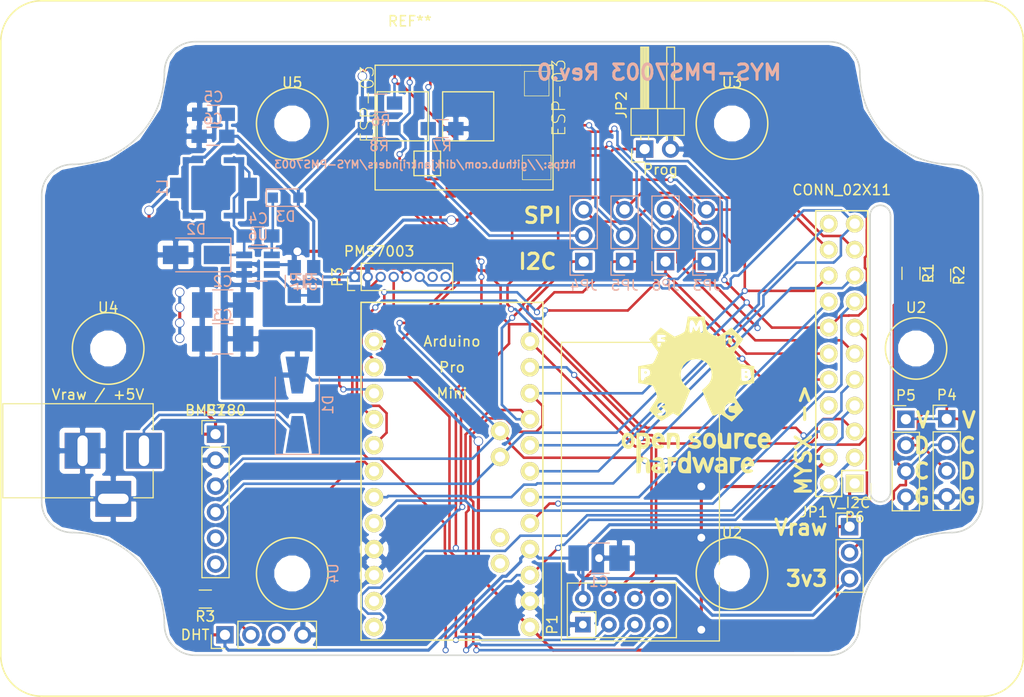
<source format=kicad_pcb>
(kicad_pcb (version 4) (host pcbnew 4.0.5)
  (layers (0 F.Cu signal) (31 B.Cu signal) (34 B.Paste user) (35 F.Paste user) (36 B.SilkS user) (37 F.SilkS user) (38 B.Mask user) (39 F.Mask user) (44 Edge.Cuts user))
  (net 0 "")
  (net 1 +3V3)
  (net 2 GND)
  (net 3 /Vraw)
  (net 4 "Net-(C4-Pad1)")
  (net 5 "Net-(C4-Pad2)")
  (net 6 "Net-(CON1-Pad1)")
  (net 7 "Net-(JP1-Pad2)")
  (net 8 /MYSX_D8_SDA)
  (net 9 /MYSX_D14_CS)
  (net 10 "Net-(JP3-Pad2)")
  (net 11 /MYSX_D4_INT)
  (net 12 /MYSX_D12_MISO)
  (net 13 "Net-(JP4-Pad2)")
  (net 14 /MYSX_D3_INT)
  (net 15 /MYSX_D13_SCLK)
  (net 16 "Net-(JP5-Pad2)")
  (net 17 /MYSX_D5_PWM)
  (net 18 /MYSX_D11_MOSI)
  (net 19 "Net-(JP6-Pad2)")
  (net 20 /MYSX_D6_PWM)
  (net 21 /NRF24_CE)
  (net 22 "Net-(P1-Pad8)")
  (net 23 /DHT_DATA)
  (net 24 "Net-(P2-Pad3)")
  (net 25 /MYSX_RST)
  (net 26 /SS_RX)
  (net 27 /SS_TX)
  (net 28 /MYSX_D15_A5)
  (net 29 "Net-(P3-Pad7)")
  (net 30 "Net-(P3-Pad8)")
  (net 31 /MYSX_D7_SCL)
  (net 32 /MYSX_D1_DFM)
  (net 33 /MYSX_D2_DTM)
  (net 34 /MYSX_LEGACY_ID)
  (net 35 /MYSX_D9_A3)
  (net 36 /MYSX_D10_A4)
  (net 37 /MYSX_D16_A6)
  (net 38 /BMP180_CSB)
  (net 39 /BMP180_SDO)
  (net 40 "Net-(R4-Pad2)")
  (net 41 "Net-(U7-Pad7)")
  (net 42 "Net-(U7-Pad2)")
  (module Other:Arduino_Pro_Mini (layer F.Cu) (at 72.74 82.24)
    (fp_text reference U1 hide)
    (fp_text value Arduino_Pro_Micro hide)
    (fp_text user Mini (at -7.62 -22.86) (layer F.SilkS))
    (fp_text user Pro (at -7.62 -25.4) (layer F.SilkS))
    (fp_text user Arduino (at -7.62 -27.94) (layer F.SilkS))
    (pad 34 thru_hole circle (at -2.921 -8.763) (size 1.8 1.8) (drill 1) (layers *.Cu *.Mask F.SilkS))
    (pad 33 thru_hole circle (at -2.921 -6.223) (size 1.8 1.8) (drill 1) (layers *.Cu *.Mask F.SilkS))
    (pad 25 thru_hole circle (at -2.921 -16.637) (size 1.8 1.8) (drill 1) (layers *.Cu *.Mask F.SilkS) (net 8 /MYSX_D8_SDA))
    (pad 26 thru_hole circle (at -2.921 -19.177) (size 1.8 1.8) (drill 1) (layers *.Cu *.Mask F.SilkS) (net 31 /MYSX_D7_SCL))
    (pad 13 thru_hole circle (at 0 0) (size 1.8 1.8) (drill 1) (layers *.Cu *.Mask F.SilkS) (net 3 /Vraw))
    (pad 14 thru_hole circle (at 0 -2.54) (size 1.8 1.8) (drill 1) (layers *.Cu *.Mask F.SilkS) (net 2 GND))
    (pad 16 thru_hole circle (at 0 -7.62) (size 1.8 1.8) (drill 1) (layers *.Cu *.Mask F.SilkS) (net 1 +3V3))
    (pad 15 thru_hole circle (at 0 -5.08) (size 1.8 1.8) (drill 1) (layers *.Cu *.Mask F.SilkS) (net 25 /MYSX_RST))
    (pad 19 thru_hole circle (at 0 -15.24) (size 1.8 1.8) (drill 1) (layers *.Cu *.Mask F.SilkS) (net 28 /MYSX_D15_A5))
    (pad 20 thru_hole circle (at 0 -17.78) (size 1.8 1.8) (drill 1) (layers *.Cu *.Mask F.SilkS) (net 37 /MYSX_D16_A6))
    (pad 18 thru_hole circle (at 0 -12.7) (size 1.8 1.8) (drill 1) (layers *.Cu *.Mask F.SilkS) (net 36 /MYSX_D10_A4))
    (pad 17 thru_hole circle (at 0 -10.16) (size 1.8 1.8) (drill 1) (layers *.Cu *.Mask F.SilkS) (net 35 /MYSX_D9_A3))
    (pad 21 thru_hole circle (at 0 -20.32) (size 1.8 1.8) (drill 1) (layers *.Cu *.Mask F.SilkS) (net 15 /MYSX_D13_SCLK))
    (pad 22 thru_hole circle (at 0 -22.86) (size 1.8 1.8) (drill 1) (layers *.Cu *.Mask F.SilkS) (net 12 /MYSX_D12_MISO))
    (pad 24 thru_hole circle (at 0 -27.94) (size 1.8 1.8) (drill 1) (layers *.Cu *.Mask F.SilkS) (net 9 /MYSX_D14_CS))
    (pad 23 thru_hole circle (at 0 -25.4) (size 1.8 1.8) (drill 1) (layers *.Cu *.Mask F.SilkS) (net 18 /MYSX_D11_MOSI))
    (pad 2 thru_hole circle (at -15.24 -25.4) (size 1.8 1.8) (drill 1) (layers *.Cu *.Mask F.SilkS) (net 26 /SS_RX))
    (pad 1 thru_hole circle (at -15.24 -27.94) (size 1.8 1.8) (drill 1) (layers *.Cu *.Mask F.SilkS) (net 21 /NRF24_CE))
    (pad 3 thru_hole circle (at -15.24 -22.86) (size 1.8 1.8) (drill 1) (layers *.Cu *.Mask F.SilkS) (net 27 /SS_TX))
    (pad 4 thru_hole circle (at -15.24 -20.32) (size 1.8 1.8) (drill 1) (layers *.Cu *.Mask F.SilkS) (net 20 /MYSX_D6_PWM))
    (pad 8 thru_hole circle (at -15.24 -10.16) (size 1.8 1.8) (drill 1) (layers *.Cu *.Mask F.SilkS) (net 14 /MYSX_D3_INT))
    (pad 7 thru_hole circle (at -15.24 -12.7) (size 1.8 1.8) (drill 1) (layers *.Cu *.Mask F.SilkS) (net 11 /MYSX_D4_INT))
    (pad 5 thru_hole circle (at -15.24 -17.78) (size 1.8 1.8) (drill 1) (layers *.Cu *.Mask F.SilkS) (net 17 /MYSX_D5_PWM))
    (pad 6 thru_hole circle (at -15.24 -15.24) (size 1.8 1.8) (drill 1) (layers *.Cu *.Mask F.SilkS) (net 23 /DHT_DATA))
    (pad 10 thru_hole circle (at -15.24 -5.08) (size 1.8 1.8) (drill 1) (layers *.Cu *.Mask F.SilkS) (net 2 GND))
    (pad 9 thru_hole circle (at -15.24 -7.62) (size 1.8 1.8) (drill 1) (layers *.Cu *.Mask F.SilkS) (net 2 GND))
    (pad 11 thru_hole circle (at -15.24 -2.54) (size 1.8 1.8) (drill 1) (layers *.Cu *.Mask F.SilkS) (net 33 /MYSX_D2_DTM))
    (pad 12 thru_hole circle (at -15.24 0) (size 1.8 1.8) (drill 1) (layers *.Cu *.Mask F.SilkS) (net 32 /MYSX_D1_DFM))
  )
  (module Pin_Headers:Pin_Header_Straight_1x03_Pitch2.54mm (layer B.Cu) (at 78 46.5)
    (fp_text reference JP4 (at 0 2.33) (layer B.SilkS) (effects (justify mirror)))
    (fp_text value Jumper_NC_Dual)
    (pad 1 thru_hole rect (at 0 0) (size 1.7 1.7) (drill 1) (layers *.Cu *.Mask) (net 14 /MYSX_D3_INT))
    (pad 2 thru_hole oval (at 0 -2.54) (size 1.7 1.7) (drill 1) (layers *.Cu *.Mask) (net 13 "Net-(JP4-Pad2)"))
    (pad 3 thru_hole oval (at 0 -5.08) (size 1.7 1.7) (drill 1) (layers *.Cu *.Mask) (net 12 /MYSX_D12_MISO))
  )
  (module Mounting_Holes:MountingHole_3mm (layer B.Cu) (at 49.5 77 90)
    (fp_text reference U4 (at 0 4 90) (layer B.SilkS) (effects (justify mirror)))
    (fp_text value M3_Mounting_hole)
    (pad 1 np_thru_hole circle (at 0 0 90) (size 3 3) (drill 3) (layers *.Cu *.Mask))
  )
  (module Mounting_Holes:MountingHole_3mm (layer F.Cu) (at 110.5 55)
    (fp_text reference U2 (at 0 -4) (layer F.SilkS))
    (fp_text value M3_Mounting_hole)
    (pad 1 np_thru_hole circle (at 0 0) (size 3 3) (drill 3) (layers *.Cu *.Mask))
  )
  (module Resistors_SMD:R_1210_HandSoldering (layer B.Cu) (at 79.5 75.5)
    (fp_text reference C1 (at 0 2.3) (layer B.SilkS) (effects (justify mirror)))
    (fp_text value 4u7)
    (pad 1 smd rect (at -2 0) (size 2 2.5) (layers B.Cu B.Paste B.Mask) (net 1 +3V3))
    (pad 2 smd rect (at 2 0) (size 2 2.5) (layers B.Cu B.Paste B.Mask) (net 2 GND))
  )
  (module Resistors_SMD:R_1210_HandSoldering (layer B.Cu) (at 42.7 50.75 180)
    (fp_text reference C2 (at 0 2.3 180) (layer B.SilkS) (effects (justify mirror)))
    (fp_text value 4u7)
    (pad 1 smd rect (at -2 0 180) (size 2 2.5) (layers B.Cu B.Paste B.Mask) (net 3 /Vraw))
    (pad 2 smd rect (at 2 0 180) (size 2 2.5) (layers B.Cu B.Paste B.Mask) (net 2 GND))
  )
  (module Resistors_SMD:R_1210_HandSoldering (layer B.Cu) (at 42.7 54.05 180)
    (fp_text reference C3 (at 0 2.3 180) (layer B.SilkS) (effects (justify mirror)))
    (fp_text value 4u7)
    (pad 1 smd rect (at -2 0 180) (size 2 2.5) (layers B.Cu B.Paste B.Mask) (net 3 /Vraw))
    (pad 2 smd rect (at 2 0 180) (size 2 2.5) (layers B.Cu B.Paste B.Mask) (net 2 GND))
  )
  (module Resistors_SMD:R_0805_HandSoldering (layer B.Cu) (at 46.15 44 180)
    (fp_text reference C4 (at 0 1.7 180) (layer B.SilkS) (effects (justify mirror)))
    (fp_text value "100 nF")
    (pad 1 smd rect (at -1.35 0 180) (size 1.5 1.3) (layers B.Cu B.Paste B.Mask) (net 4 "Net-(C4-Pad1)"))
    (pad 2 smd rect (at 1.35 0 180) (size 1.5 1.3) (layers B.Cu B.Paste B.Mask) (net 5 "Net-(C4-Pad2)"))
  )
  (module Resistors_SMD:R_0805_HandSoldering (layer B.Cu) (at 41.8 32.1 180)
    (fp_text reference C5 (at 0 1.7 180) (layer B.SilkS) (effects (justify mirror)))
    (fp_text value 10u)
    (pad 1 smd rect (at -1.35 0 180) (size 1.5 1.3) (layers B.Cu B.Paste B.Mask) (net 1 +3V3))
    (pad 2 smd rect (at 1.35 0 180) (size 1.5 1.3) (layers B.Cu B.Paste B.Mask) (net 2 GND))
  )
  (module Resistors_SMD:R_0805_HandSoldering (layer B.Cu) (at 41.75 34.25 180)
    (fp_text reference C6 (at 0 1.7 180) (layer B.SilkS) (effects (justify mirror)))
    (fp_text value 10u)
    (pad 1 smd rect (at -1.35 0 180) (size 1.5 1.3) (layers B.Cu B.Paste B.Mask) (net 1 +3V3))
    (pad 2 smd rect (at 1.35 0 180) (size 1.5 1.3) (layers B.Cu B.Paste B.Mask) (net 2 GND))
  )
  (module Connectors:BARREL_JACK (layer F.Cu) (at 35 65)
    (fp_text reference "Vraw / +5V" (at -4.5 -5.5) (layer F.SilkS))
    (fp_text value BARREL_JACK)
    (pad 1 thru_hole rect (at 0 0) (size 3.5 3.5) (drill oval 1 3) (layers *.Cu *.Mask) (net 6 "Net-(CON1-Pad1)"))
    (pad 2 thru_hole rect (at -6 0) (size 3.5 3.5) (drill oval 1 3) (layers *.Cu *.Mask) (net 2 GND))
    (pad 3 thru_hole rect (at -3 4.7) (size 3.5 3.5) (drill oval 3 1) (layers *.Cu *.Mask) (net 2 GND))
  )
  (module Diodes_SMD:D_SMA-SMB_Universal_Handsoldering (layer B.Cu) (at 50 60.5 90)
    (fp_text reference D1 (at 0 3 90) (layer B.SilkS) (effects (justify mirror)))
    (fp_text value DIODE)
    (pad 1 smd trapezoid (at -2.9 0 90) (size 3.6 1.7) (rect_delta 0.6 0) (layers B.Cu B.Paste B.Mask) (net 6 "Net-(CON1-Pad1)"))
    (pad 2 smd trapezoid (at 2.9 0 270) (size 3.6 1.7) (rect_delta 0.6 0) (layers B.Cu B.Paste B.Mask) (net 3 /Vraw))
  )
  (module Diodes_SMD:D_SMA (layer B.Cu) (at 40.1 45.85 180)
    (fp_text reference D2 (at 0 2.5 180) (layer B.SilkS) (effects (justify mirror)))
    (fp_text value B140)
    (pad 1 smd rect (at -2 0 180) (size 2.5 1.8) (layers B.Cu B.Paste B.Mask) (net 5 "Net-(C4-Pad2)"))
    (pad 2 smd rect (at 2 0 180) (size 2.5 1.8) (layers B.Cu B.Paste B.Mask) (net 2 GND))
  )
  (module Diodes_SMD:D_SOD-323_HandSoldering (layer B.Cu) (at 48.85 40.25)
    (fp_text reference D3 (at 0 1.85) (layer B.SilkS) (effects (justify mirror)))
    (fp_text value 1N4148)
    (pad 1 smd rect (at -1.25 0) (size 1 1) (layers B.Cu B.Paste B.Mask) (net 4 "Net-(C4-Pad1)"))
    (pad 2 smd rect (at 1.25 0) (size 1 1) (layers B.Cu B.Paste B.Mask) (net 1 +3V3))
  )
  (module Pin_Headers:Pin_Header_Angled_1x02_Pitch2.54mm (layer F.Cu) (at 83.96 35.5 90)
    (fp_text reference JP2 (at 4.315 -2.27 90) (layer F.SilkS))
    (fp_text value Jumper)
    (fp_text user Prog (at -2 1.54 180) (layer F.SilkS))
    (pad 1 thru_hole rect (at 0 0 90) (size 1.7 1.7) (drill 1) (layers *.Cu *.Mask) (net 8 /MYSX_D8_SDA))
    (pad 2 thru_hole oval (at 0 2.54 90) (size 1.7 1.7) (drill 1) (layers *.Cu *.Mask) (net 2 GND))
  )
  (module Other:L_Coilcraft_MSS6132 (layer B.Cu) (at 41.8 39.3 90)
    (fp_text reference L1 (at 0 -5 90) (layer B.SilkS) (effects (justify mirror)))
    (fp_text value "15 μH")
    (pad 1 smd rect (at 0 3 90) (size 6 0.575) (drill (offset 0 -0.2875)) (layers B.Cu B.Paste B.Mask) (net 5 "Net-(C4-Pad2)"))
    (pad 2 smd rect (at 0 -3 90) (size 6 0.575) (drill (offset 0 0.2875)) (layers B.Cu B.Paste B.Mask) (net 1 +3V3))
    (pad 1 smd rect (at -3 2 90) (size 0.575 2) (drill (offset 0.2875 0)) (layers B.Cu B.Paste B.Mask) (net 5 "Net-(C4-Pad2)"))
    (pad 1 smd rect (at 3 2 90) (size 0.575 2) (drill (offset -0.2875 0)) (layers B.Cu B.Paste B.Mask) (net 5 "Net-(C4-Pad2)"))
    (pad 2 smd rect (at 3 -2 90) (size 0.575 2) (drill (offset -0.2875 0)) (layers B.Cu B.Paste B.Mask) (net 1 +3V3))
    (pad 2 smd rect (at -3 -2 90) (size 0.575 2) (drill (offset 0.2875 0)) (layers B.Cu B.Paste B.Mask) (net 1 +3V3))
    (pad 2 smd rect (at 0 -3.5 90) (size 2 1.5) (layers B.Cu B.Paste B.Mask) (net 1 +3V3))
    (pad 1 smd rect (at 0 3.5 90) (size 2 1.5) (layers B.Cu B.Paste B.Mask) (net 5 "Net-(C4-Pad2)"))
  )
  (module Pin_Headers:Pin_Header_Straight_1x04_Pitch2.54mm (layer F.Cu) (at 42.92 83 90)
    (fp_text reference P2 hide)
    (fp_text value CONN_01X03)
    (fp_text user DHT (at 0 -2.92 180) (layer F.SilkS))
    (pad 1 thru_hole rect (at 0 0 90) (size 1.7 1.7) (drill 1) (layers *.Cu *.Mask) (net 1 +3V3))
    (pad 2 thru_hole oval (at 0 2.54 90) (size 1.7 1.7) (drill 1) (layers *.Cu *.Mask) (net 23 /DHT_DATA))
    (pad 3 thru_hole oval (at 0 5.08 90) (size 1.7 1.7) (drill 1) (layers *.Cu *.Mask) (net 24 "Net-(P2-Pad3)"))
    (pad 4 thru_hole oval (at 0 7.62 90) (size 1.7 1.7) (drill 1) (layers *.Cu *.Mask) (net 2 GND))
  )
  (module Pin_Headers:Pin_Header_Straight_1x04_Pitch2.54mm (layer F.Cu) (at 113.5 61.88)
    (fp_text reference P4 (at 0 -2.33) (layer F.SilkS))
    (fp_text value CONN_01X04)
    (pad 1 thru_hole rect (at 0 0) (size 1.7 1.7) (drill 1) (layers *.Cu *.Mask) (net 7 "Net-(JP1-Pad2)"))
    (pad 2 thru_hole oval (at 0 2.54) (size 1.7 1.7) (drill 1) (layers *.Cu *.Mask) (net 31 /MYSX_D7_SCL))
    (pad 3 thru_hole oval (at 0 5.08) (size 1.7 1.7) (drill 1) (layers *.Cu *.Mask) (net 8 /MYSX_D8_SDA))
    (pad 4 thru_hole oval (at 0 7.62) (size 1.7 1.7) (drill 1) (layers *.Cu *.Mask) (net 2 GND))
  )
  (module Pin_Headers:Pin_Header_Straight_1x04_Pitch2.54mm (layer F.Cu) (at 109.5 61.92)
    (fp_text reference P5 (at 0 -2.33) (layer F.SilkS))
    (fp_text value CONN_01X04)
    (pad 1 thru_hole rect (at 0 0) (size 1.7 1.7) (drill 1) (layers *.Cu *.Mask) (net 7 "Net-(JP1-Pad2)"))
    (pad 2 thru_hole oval (at 0 2.54) (size 1.7 1.7) (drill 1) (layers *.Cu *.Mask) (net 8 /MYSX_D8_SDA))
    (pad 3 thru_hole oval (at 0 5.08) (size 1.7 1.7) (drill 1) (layers *.Cu *.Mask) (net 31 /MYSX_D7_SCL))
    (pad 4 thru_hole oval (at 0 7.62) (size 1.7 1.7) (drill 1) (layers *.Cu *.Mask) (net 2 GND))
  )
  (module Pin_Headers:Pin_Header_Straight_1x06_Pitch2.54mm (layer F.Cu) (at 42 63.38)
    (fp_text reference P7 (at 0 -2.33) (layer F.SilkS))
    (fp_text value CONN_01X06)
    (fp_text user BMS180 (at 0 -2.33) (layer F.SilkS))
    (pad 1 thru_hole rect (at 0 0) (size 1.7 1.7) (drill 1) (layers *.Cu *.Mask) (net 1 +3V3))
    (pad 2 thru_hole oval (at 0 2.54) (size 1.7 1.7) (drill 1) (layers *.Cu *.Mask) (net 2 GND))
    (pad 3 thru_hole oval (at 0 5.08) (size 1.7 1.7) (drill 1) (layers *.Cu *.Mask) (net 31 /MYSX_D7_SCL))
    (pad 4 thru_hole oval (at 0 7.62) (size 1.7 1.7) (drill 1) (layers *.Cu *.Mask) (net 8 /MYSX_D8_SDA))
    (pad 5 thru_hole oval (at 0 10.16) (size 1.7 1.7) (drill 1) (layers *.Cu *.Mask) (net 38 /BMP180_CSB))
    (pad 6 thru_hole oval (at 0 12.7) (size 1.7 1.7) (drill 1) (layers *.Cu *.Mask) (net 39 /BMP180_SDO))
  )
  (module Resistors_SMD:R_0805_HandSoldering (layer F.Cu) (at 110 47.65 270)
    (fp_text reference R1 (at 0 -1.7 270) (layer F.SilkS))
    (fp_text value R)
    (pad 1 smd rect (at -1.35 0 270) (size 1.5 1.3) (layers F.Cu F.Paste F.Mask) (net 7 "Net-(JP1-Pad2)"))
    (pad 2 smd rect (at 1.35 0 270) (size 1.5 1.3) (layers F.Cu F.Paste F.Mask) (net 31 /MYSX_D7_SCL))
  )
  (module Resistors_SMD:R_0805_HandSoldering (layer F.Cu) (at 113 47.85 270)
    (fp_text reference R2 (at 0 -1.7 270) (layer F.SilkS))
    (fp_text value R)
    (pad 1 smd rect (at -1.35 0 270) (size 1.5 1.3) (layers F.Cu F.Paste F.Mask) (net 7 "Net-(JP1-Pad2)"))
    (pad 2 smd rect (at 1.35 0 270) (size 1.5 1.3) (layers F.Cu F.Paste F.Mask) (net 8 /MYSX_D8_SDA))
  )
  (module Resistors_SMD:R_0805_HandSoldering (layer F.Cu) (at 41 79.5 180)
    (fp_text reference R3 (at 0 -1.7 180) (layer F.SilkS))
    (fp_text value R)
    (pad 1 smd rect (at -1.35 0 180) (size 1.5 1.3) (layers F.Cu F.Paste F.Mask) (net 23 /DHT_DATA))
    (pad 2 smd rect (at 1.35 0 180) (size 1.5 1.3) (layers F.Cu F.Paste F.Mask) (net 1 +3V3))
  )
  (module Resistors_SMD:R_0805_HandSoldering (layer B.Cu) (at 51.6 48.45 270)
    (fp_text reference R4 (at 0 1.7 270) (layer B.SilkS) (effects (justify mirror)))
    (fp_text value 31k6)
    (pad 1 smd rect (at -1.35 0 270) (size 1.5 1.3) (layers B.Cu B.Paste B.Mask) (net 1 +3V3))
    (pad 2 smd rect (at 1.35 0 270) (size 1.5 1.3) (layers B.Cu B.Paste B.Mask) (net 40 "Net-(R4-Pad2)"))
  )
  (module Resistors_SMD:R_0805_HandSoldering (layer B.Cu) (at 49.7 48.45 90)
    (fp_text reference R5 (at 0 1.7 90) (layer B.SilkS) (effects (justify mirror)))
    (fp_text value 10k)
    (pad 1 smd rect (at -1.35 0 90) (size 1.5 1.3) (layers B.Cu B.Paste B.Mask) (net 40 "Net-(R4-Pad2)"))
    (pad 2 smd rect (at 1.35 0 90) (size 1.5 1.3) (layers B.Cu B.Paste B.Mask) (net 2 GND))
  )
  (module Resistors_SMD:R_0805_HandSoldering (layer B.Cu) (at 58.15 31)
    (fp_text reference R6 (at 0 1.7) (layer B.SilkS) (effects (justify mirror)))
    (fp_text value 12k)
    (pad 1 smd rect (at -1.35 0) (size 1.5 1.3) (layers B.Cu B.Paste B.Mask) (net 1 +3V3))
    (pad 2 smd rect (at 1.35 0) (size 1.5 1.3) (layers B.Cu B.Paste B.Mask) (net 8 /MYSX_D8_SDA))
  )
  (module Resistors_SMD:R_0805_HandSoldering (layer B.Cu) (at 64.15 33.5)
    (fp_text reference R7 (at 0 1.7) (layer B.SilkS) (effects (justify mirror)))
    (fp_text value 12k)
    (pad 1 smd rect (at -1.35 0) (size 1.5 1.3) (layers B.Cu B.Paste B.Mask) (net 13 "Net-(JP4-Pad2)"))
    (pad 2 smd rect (at 1.35 0) (size 1.5 1.3) (layers B.Cu B.Paste B.Mask) (net 2 GND))
  )
  (module Resistors_SMD:R_0805_HandSoldering (layer B.Cu) (at 58 33.5)
    (fp_text reference R8 (at 0 1.7) (layer B.SilkS) (effects (justify mirror)))
    (fp_text value 12k)
    (pad 1 smd rect (at -1.35 0) (size 1.5 1.3) (layers B.Cu B.Paste B.Mask) (net 1 +3V3))
    (pad 2 smd rect (at 1.35 0) (size 1.5 1.3) (layers B.Cu B.Paste B.Mask) (net 31 /MYSX_D7_SCL))
  )
  (module Mounting_Holes:MountingHole_3mm (layer F.Cu) (at 92.5 77)
    (fp_text reference U2 (at 0 -4) (layer F.SilkS))
    (fp_text value M3_Mounting_hole)
    (pad 1 np_thru_hole circle (at 0 0) (size 3 3) (drill 3) (layers *.Cu *.Mask))
  )
  (module Mounting_Holes:MountingHole_3mm (layer F.Cu) (at 92.5 33)
    (fp_text reference U3 (at 0 -4) (layer F.SilkS))
    (fp_text value M3_Mounting_hole)
    (pad 1 np_thru_hole circle (at 0 0) (size 3 3) (drill 3) (layers *.Cu *.Mask))
  )
  (module Mounting_Holes:MountingHole_3mm (layer F.Cu) (at 31.5 55)
    (fp_text reference U4 (at 0 -4) (layer F.SilkS))
    (fp_text value M3_Mounting_hole)
    (pad 1 np_thru_hole circle (at 0 0) (size 3 3) (drill 3) (layers *.Cu *.Mask))
  )
  (module Mounting_Holes:MountingHole_3mm (layer F.Cu) (at 49.5 33)
    (fp_text reference U5 (at 0 -4) (layer F.SilkS))
    (fp_text value M3_Mounting_hole)
    (pad 1 np_thru_hole circle (at 0 0) (size 3 3) (drill 3) (layers *.Cu *.Mask))
  )
  (module TO_SOT_Packages_SMD:SOT-23-6_Handsoldering (layer B.Cu) (at 46.15 46.8 180)
    (fp_text reference U6 (at 0 2.9 180) (layer B.SilkS) (effects (justify mirror)))
    (fp_text value MCP16301)
    (pad 1 smd rect (at -1.35 0.95 180) (size 1.56 0.65) (layers B.Cu B.Paste B.Mask) (net 4 "Net-(C4-Pad1)"))
    (pad 2 smd rect (at -1.35 0 180) (size 1.56 0.65) (layers B.Cu B.Paste B.Mask) (net 2 GND))
    (pad 3 smd rect (at -1.35 -0.95 180) (size 1.56 0.65) (layers B.Cu B.Paste B.Mask) (net 40 "Net-(R4-Pad2)"))
    (pad 4 smd rect (at 1.35 -0.95 180) (size 1.56 0.65) (layers B.Cu B.Paste B.Mask) (net 3 /Vraw))
    (pad 6 smd rect (at 1.35 0.95 180) (size 1.56 0.65) (layers B.Cu B.Paste B.Mask) (net 5 "Net-(C4-Pad2)"))
    (pad 5 smd rect (at 1.35 0 180) (size 1.56 0.65) (layers B.Cu B.Paste B.Mask) (net 3 /Vraw))
  )
  (module ESP8266:ESP-03 (layer F.Cu) (at 71.20194 27.3 270)
    (fp_text reference ESP-03 (at 3.17628 -4.36498 270) (layer F.SilkS) (effects (font (size 1.27 1.27) (thickness 0.1016))))
    (fp_text value ESP-03 (at 3.81128 14.36498 270) (layer F.SilkS) (effects (font (size 1.27 1.27) (thickness 0.1016))))
    (pad 7 smd rect (at 12.2 0.20194 270) (size 1.5 1) (layers F.Cu F.Paste F.Mask) (net 41 "Net-(U7-Pad7)"))
    (pad 6 smd rect (at 12.2 2.20092 270) (size 1.5 1) (layers F.Cu F.Paste F.Mask) (net 1 +3V3))
    (pad 1 smd rect (at 12.2 12.19836 270) (size 1.5 1) (layers F.Cu F.Paste F.Mask) (net 2 GND))
    (pad 14 smd rect (at 0 12.19836 270) (size 1.5 1) (layers F.Cu F.Paste F.Mask) (net 8 /MYSX_D8_SDA))
    (pad 13 smd rect (at 0 10.19938 270) (size 1.5 1) (layers F.Cu F.Paste F.Mask) (net 31 /MYSX_D7_SCL))
    (pad 10 smd rect (at 0 4.20244 270) (size 1.5 1) (layers F.Cu F.Paste F.Mask) (net 10 "Net-(JP3-Pad2)"))
    (pad 11 smd rect (at 0 6.19888 270) (size 1.5 1) (layers F.Cu F.Paste F.Mask) (net 19 "Net-(JP6-Pad2)"))
    (pad 9 smd rect (at 0 2.20092 270) (size 1.5 1) (layers F.Cu F.Paste F.Mask) (net 16 "Net-(JP5-Pad2)"))
    (pad 12 smd rect (at 0 8.19786 270) (size 1.5 1) (layers F.Cu F.Paste F.Mask) (net 13 "Net-(JP4-Pad2)"))
    (pad 5 smd rect (at 12.2 4.20244 270) (size 1.5 1) (layers F.Cu F.Paste F.Mask) (net 21 /NRF24_CE))
    (pad 2 smd rect (at 12.2 10.19938 270) (size 1.5 1) (layers F.Cu F.Paste F.Mask) (net 42 "Net-(U7-Pad2)"))
    (pad 4 smd rect (at 12.2 6.19888 270) (size 1.5 1) (layers F.Cu F.Paste F.Mask) (net 33 /MYSX_D2_DTM))
    (pad 3 smd rect (at 12.2 8.19786 270) (size 1.5 1) (layers F.Cu F.Paste F.Mask) (net 32 /MYSX_D1_DFM))
    (pad 8 smd rect (at 0 0.20194 270) (size 1.5 1) (layers F.Cu F.Paste F.Mask) (net 1 +3V3))
  )
  (module Other:Ebay_enclosure_100x68 (layer F.Cu) (at 24 24)
    (fp_text reference REF** (at 37 -1) (layer F.SilkS))
    (fp_text value Ebay_enclosure_100x68)
    (fp_line (start 1 16) (end 1 46) (layer Edge.Cuts) (width 0.15))
    (fp_line (start 93 16) (end 93 46) (layer Edge.Cuts) (width 0.15))
    (fp_arc (start 90 46) (end 93 46) (angle 90) (layer Edge.Cuts) (width 0.15))
    (fp_arc (start 90 58) (end 81 58) (angle 90) (layer Edge.Cuts) (width 0.15))
    (fp_arc (start 16 58) (end 16 61) (angle 90) (layer Edge.Cuts) (width 0.15))
    (fp_arc (start 4 46) (end 4 49) (angle 90) (layer Edge.Cuts) (width 0.15))
    (fp_arc (start 4 58) (end 4 49) (angle 90) (layer Edge.Cuts) (width 0.15))
    (fp_line (start 78 61) (end 16 61) (layer Edge.Cuts) (width 0.15))
    (fp_arc (start 78 58) (end 81 58) (angle 90) (layer Edge.Cuts) (width 0.15))
    (fp_arc (start 16 4) (end 13 4) (angle 90) (layer Edge.Cuts) (width 0.15))
    (fp_line (start 16 1) (end 78 1) (layer Edge.Cuts) (width 0.15))
    (fp_arc (start 90 4) (end 90 13) (angle 90) (layer Edge.Cuts) (width 0.15))
    (fp_arc (start 90 16) (end 90 13) (angle 90) (layer Edge.Cuts) (width 0.15))
    (fp_arc (start 78 4) (end 78 1) (angle 90) (layer Edge.Cuts) (width 0.15))
    (fp_arc (start 4 4) (end 13 4) (angle 90) (layer Edge.Cuts) (width 0.15))
    (fp_arc (start 4 16) (end 1 16) (angle 90) (layer Edge.Cuts) (width 0.15))
  )
  (module Pin_Headers:Pin_Header_Straight_1x08_Pitch1.27mm (layer F.Cu) (at 55.61 48 90)
    (fp_text reference P3 (at 0 -1.695 90) (layer F.SilkS))
    (fp_text value CONN_01X08)
    (fp_text user PMS7003 (at 2.5 2.39 180) (layer F.SilkS))
    (pad 1 thru_hole rect (at 0 0 90) (size 1 1) (drill 0.65) (layers *.Cu *.Mask) (net 1 +3V3))
    (pad 2 thru_hole oval (at 0 1.27 90) (size 1 1) (drill 0.65) (layers *.Cu *.Mask) (net 2 GND))
    (pad 3 thru_hole oval (at 0 2.54 90) (size 1 1) (drill 0.65) (layers *.Cu *.Mask) (net 25 /MYSX_RST))
    (pad 4 thru_hole oval (at 0 3.81 90) (size 1 1) (drill 0.65) (layers *.Cu *.Mask) (net 26 /SS_RX))
    (pad 5 thru_hole oval (at 0 5.08 90) (size 1 1) (drill 0.65) (layers *.Cu *.Mask) (net 27 /SS_TX))
    (pad 6 thru_hole oval (at 0 6.35 90) (size 1 1) (drill 0.65) (layers *.Cu *.Mask) (net 28 /MYSX_D15_A5))
    (pad 7 thru_hole oval (at 0 7.62 90) (size 1 1) (drill 0.65) (layers *.Cu *.Mask) (net 29 "Net-(P3-Pad7)"))
    (pad 8 thru_hole oval (at 0 8.89 90) (size 1 1) (drill 0.65) (layers *.Cu *.Mask) (net 30 "Net-(P3-Pad8)"))
  )
  (module Pin_Headers:Pin_Header_Straight_1x03_Pitch2.54mm (layer B.Cu) (at 86 46.5)
    (fp_text reference JP6 (at 0 2.33) (layer B.SilkS) (effects (justify mirror)))
    (fp_text value Jumper_NC_Dual)
    (pad 1 thru_hole rect (at 0 0) (size 1.7 1.7) (drill 1) (layers *.Cu *.Mask) (net 20 /MYSX_D6_PWM))
    (pad 2 thru_hole oval (at 0 -2.54) (size 1.7 1.7) (drill 1) (layers *.Cu *.Mask) (net 19 "Net-(JP6-Pad2)"))
    (pad 3 thru_hole oval (at 0 -5.08) (size 1.7 1.7) (drill 1) (layers *.Cu *.Mask) (net 18 /MYSX_D11_MOSI))
  )
  (module Pin_Headers:Pin_Header_Straight_1x03_Pitch2.54mm (layer B.Cu) (at 82 46.5)
    (fp_text reference JP5 (at 0 2.33) (layer B.SilkS) (effects (justify mirror)))
    (fp_text value Jumper_NC_Dual)
    (pad 1 thru_hole rect (at 0 0) (size 1.7 1.7) (drill 1) (layers *.Cu *.Mask) (net 17 /MYSX_D5_PWM))
    (pad 2 thru_hole oval (at 0 -2.54) (size 1.7 1.7) (drill 1) (layers *.Cu *.Mask) (net 16 "Net-(JP5-Pad2)"))
    (pad 3 thru_hole oval (at 0 -5.08) (size 1.7 1.7) (drill 1) (layers *.Cu *.Mask) (net 15 /MYSX_D13_SCLK))
  )
  (module Pin_Headers:Pin_Header_Straight_1x03_Pitch2.54mm (layer B.Cu) (at 90 46.5)
    (fp_text reference JP3 (at 0 2.33) (layer B.SilkS) (effects (justify mirror)))
    (fp_text value Jumper_NC_Dual)
    (pad 1 thru_hole rect (at 0 0) (size 1.7 1.7) (drill 1) (layers *.Cu *.Mask) (net 11 /MYSX_D4_INT))
    (pad 2 thru_hole oval (at 0 -2.54) (size 1.7 1.7) (drill 1) (layers *.Cu *.Mask) (net 10 "Net-(JP3-Pad2)"))
    (pad 3 thru_hole oval (at 0 -5.08) (size 1.7 1.7) (drill 1) (layers *.Cu *.Mask) (net 9 /MYSX_D14_CS))
  )
  (module Pin_Headers:Pin_Header_Straight_1x03_Pitch2.54mm (layer F.Cu) (at 104 72.42)
    (fp_text reference JP1 (at -3.5 -1.42) (layer F.SilkS))
    (fp_text value Jumper_NC_Dual)
    (fp_text user V_I2C (at 0 -2.33) (layer F.SilkS))
    (pad 1 thru_hole rect (at 0 0) (size 1.7 1.7) (drill 1) (layers *.Cu *.Mask) (net 3 /Vraw))
    (pad 2 thru_hole oval (at 0 2.54) (size 1.7 1.7) (drill 1) (layers *.Cu *.Mask) (net 7 "Net-(JP1-Pad2)"))
    (pad 3 thru_hole oval (at 0 5.08) (size 1.7 1.7) (drill 1) (layers *.Cu *.Mask) (net 1 +3V3))
  )
  (module Open_Hardware:Full_OSHW_scaled (layer F.Cu) (at 89 59.5)
    (fp_text reference G*** hide)
    (fp_text value LOGO hide)
  )
  (module RF_Modules:nRF24L01_Breakout (layer F.Cu) (at 77.92 82 90)
    (fp_text reference P1 (at 0 -3 90) (layer F.SilkS))
    (fp_text value CONN_02X04)
    (pad 1 thru_hole rect (at 0 0 90) (size 1.524 1.524) (drill 0.762) (layers *.Cu *.Mask) (net 2 GND))
    (pad 2 thru_hole circle (at 2.54 0 90) (size 1.524 1.524) (drill 0.762) (layers *.Cu *.Mask) (net 1 +3V3))
    (pad 3 thru_hole circle (at 0 2.54 90) (size 1.524 1.524) (drill 0.762) (layers *.Cu *.Mask) (net 21 /NRF24_CE))
    (pad 4 thru_hole circle (at 2.54 2.54 90) (size 1.524 1.524) (drill 0.762) (layers *.Cu *.Mask) (net 9 /MYSX_D14_CS))
    (pad 5 thru_hole circle (at 0 5.08 90) (size 1.524 1.524) (drill 0.762) (layers *.Cu *.Mask) (net 15 /MYSX_D13_SCLK))
    (pad 6 thru_hole circle (at 2.54 5.08 90) (size 1.524 1.524) (drill 0.762) (layers *.Cu *.Mask) (net 18 /MYSX_D11_MOSI))
    (pad 7 thru_hole circle (at 0 7.62 90) (size 1.524 1.524) (drill 0.762) (layers *.Cu *.Mask) (net 12 /MYSX_D12_MISO))
    (pad 8 thru_hole circle (at 2.54 7.62 90) (size 1.524 1.524) (drill 0.762) (layers *.Cu *.Mask) (net 22 "Net-(P1-Pad8)"))
  )
  (module mysensors_connectors:MYSX_2.6 (layer F.Cu) (at 104.5 68.2 180)
    (fp_text reference P6 (at 0 -3.302 180) (layer F.SilkS))
    (fp_text value CONN_02X11 (at 1.27 28.702 180) (layer F.SilkS))
    (pad 20 thru_hole oval (at 2.54 22.86 180) (size 1.7272 1.7272) (drill 1.016) (layers *.Cu *.Mask F.SilkS) (net 9 /MYSX_D14_CS))
    (pad 19 thru_hole oval (at 0 22.86 180) (size 1.7272 1.7272) (drill 1.016) (layers *.Cu *.Mask F.SilkS) (net 15 /MYSX_D13_SCLK))
    (pad 18 thru_hole oval (at 2.54 20.32 180) (size 1.7272 1.7272) (drill 1.016) (layers *.Cu *.Mask F.SilkS) (net 12 /MYSX_D12_MISO))
    (pad 17 thru_hole oval (at 0 20.32 180) (size 1.7272 1.7272) (drill 1.016) (layers *.Cu *.Mask F.SilkS) (net 18 /MYSX_D11_MOSI))
    (pad 16 thru_hole oval (at 2.54 17.78 180) (size 1.7272 1.7272) (drill 1.016) (layers *.Cu *.Mask F.SilkS) (net 36 /MYSX_D10_A4))
    (pad 15 thru_hole oval (at 0 17.78 180) (size 1.7272 1.7272) (drill 1.016) (layers *.Cu *.Mask F.SilkS) (net 35 /MYSX_D9_A3))
    (pad 14 thru_hole oval (at 2.54 15.24 180) (size 1.7272 1.7272) (drill 1.016) (layers *.Cu *.Mask F.SilkS) (net 8 /MYSX_D8_SDA))
    (pad 13 thru_hole oval (at 0 15.24 180) (size 1.7272 1.7272) (drill 1.016) (layers *.Cu *.Mask F.SilkS) (net 31 /MYSX_D7_SCL))
    (pad 12 thru_hole oval (at 2.54 12.7 180) (size 1.7272 1.7272) (drill 1.016) (layers *.Cu *.Mask F.SilkS) (net 20 /MYSX_D6_PWM))
    (pad 11 thru_hole oval (at 0 12.7 180) (size 1.7272 1.7272) (drill 1.016) (layers *.Cu *.Mask F.SilkS) (net 17 /MYSX_D5_PWM))
    (pad 10 thru_hole oval (at 2.54 10.16 180) (size 1.7272 1.7272) (drill 1.016) (layers *.Cu *.Mask F.SilkS) (net 11 /MYSX_D4_INT))
    (pad 9 thru_hole oval (at 0 10.16 180) (size 1.7272 1.7272) (drill 1.016) (layers *.Cu *.Mask F.SilkS) (net 14 /MYSX_D3_INT))
    (pad 1 thru_hole rect (at 0 0 180) (size 1.7272 1.7272) (drill 1.016) (layers *.Cu *.Mask F.SilkS) (net 3 /Vraw))
    (pad 2 thru_hole oval (at 2.54 0 180) (size 1.7272 1.7272) (drill 1.016) (layers *.Cu *.Mask F.SilkS) (net 1 +3V3))
    (pad 3 thru_hole oval (at 0 2.54 180) (size 1.7272 1.7272) (drill 1.016) (layers *.Cu *.Mask F.SilkS) (net 1 +3V3))
    (pad 4 thru_hole oval (at 2.54 2.54 180) (size 1.7272 1.7272) (drill 1.016) (layers *.Cu *.Mask F.SilkS) (net 2 GND))
    (pad 5 thru_hole oval (at 0 5.08 180) (size 1.7272 1.7272) (drill 1.016) (layers *.Cu *.Mask F.SilkS) (net 32 /MYSX_D1_DFM))
    (pad 6 thru_hole oval (at 2.54 5.08 180) (size 1.7272 1.7272) (drill 1.016) (layers *.Cu *.Mask F.SilkS) (net 33 /MYSX_D2_DTM))
    (pad 7 thru_hole oval (at 0 7.62 180) (size 1.7272 1.7272) (drill 1.016) (layers *.Cu *.Mask F.SilkS) (net 25 /MYSX_RST))
    (pad 8 thru_hole oval (at 2.54 7.62 180) (size 1.7272 1.7272) (drill 1.016) (layers *.Cu *.Mask F.SilkS) (net 34 /MYSX_LEGACY_ID))
    (pad 21 thru_hole oval (at 0 25.4 180) (size 1.7272 1.7272) (drill 1.016) (layers *.Cu *.Mask F.SilkS) (net 28 /MYSX_D15_A5))
    (pad 22 thru_hole oval (at 2.54 25.4 180) (size 1.7272 1.7272) (drill 1.016) (layers *.Cu *.Mask F.SilkS) (net 37 /MYSX_D16_A6))
  )
  (gr_line (start 108 69) (end 108 42) (layer Edge.Cuts) (width 0.15))
  (gr_line (start 106 42) (end 106 69) (layer Edge.Cuts) (width 0.15))
  (gr_arc (start 107 42) (end 106 42) (angle 180) (layer Edge.Cuts) (width 0.15))
  (gr_arc (start 107 69) (end 108 69) (angle 180) (layer Edge.Cuts) (width 0.15))
  (gr_text https://github.com/dirkjankrijnders/MYS-PMS7003 (at 62.5 37) (layer B.SilkS) (effects (font (size 0.75 0.75)) (justify mirror)))
  (gr_text "MYS-PMS7003 Rev.0" (at 97.5 28) (layer B.SilkS) (effects (font (size 1.5 1.5) (thickness 0.3)) (justify left mirror)))
  (gr_text "MYSX ->" (at 99.5 69.5 90) (layer F.SilkS) (effects (font (size 1.5 1.5) (thickness 0.3)) (justify left)))
  (gr_text G (at 116.5 69.5) (layer F.SilkS) (effects (font (size 1.5 1.5) (thickness 0.3)) (justify right)))
  (gr_text C (at 116.5 64.5) (layer F.SilkS) (effects (font (size 1.5 1.5) (thickness 0.3)) (justify right)))
  (gr_text D (at 116.5 67) (layer F.SilkS) (effects (font (size 1.5 1.5) (thickness 0.3)) (justify right)))
  (gr_text V (at 116.5 62) (layer F.SilkS) (effects (font (size 1.5 1.5) (thickness 0.3)) (justify right)))
  (gr_text G (at 112 69.5) (layer F.SilkS) (effects (font (size 1.5 1.5) (thickness 0.3)) (justify right)))
  (gr_text C (at 112 67) (layer F.SilkS) (effects (font (size 1.5 1.5) (thickness 0.3)) (justify right)))
  (gr_text D (at 112 64.5) (layer F.SilkS) (effects (font (size 1.5 1.5) (thickness 0.3)) (justify right)))
  (gr_text V (at 112 62) (layer F.SilkS) (effects (font (size 1.5 1.5) (thickness 0.3)) (justify right)))
  (gr_text 3v3 (at 102 77.5) (layer F.SilkS) (effects (font (size 1.5 1.5) (thickness 0.3)) (justify right)))
  (gr_text Vraw (at 102 72.5) (layer F.SilkS) (effects (font (size 1.5 1.5) (thickness 0.3)) (justify right)))
  (gr_text I2C (at 75.5 46.5) (layer F.SilkS) (effects (font (size 1.5 1.5) (thickness 0.3)) (justify right)))
  (gr_text SPI (at 76 42) (layer F.SilkS) (effects (font (size 1.5 1.5) (thickness 0.3)) (justify right)))
  (segment (start 38.5 51) (end 38.5 49.5) (width 0.3048) (layer B.Cu) (net 0))
  (via (at 38.5 49.5) (size 0.9144) (drill 0.762) (layers F.Cu B.Cu) (net 0))
  (segment (start 38.5 52.5) (end 38.5 51) (width 0.3048) (layer F.Cu) (net 0))
  (via (at 38.5 51) (size 0.9144) (drill 0.762) (layers F.Cu B.Cu) (net 0))
  (segment (start 38.5 54) (end 38.5 52.5) (width 0.3048) (layer B.Cu) (net 0))
  (via (at 38.5 52.5) (size 0.9144) (drill 0.762) (layers F.Cu B.Cu) (net 0))
  (via (at 38.5 54) (size 0.9144) (drill 0.762) (layers F.Cu B.Cu) (net 0))
  (segment (start 56.3626 28.3718) (end 56.3626 30.5626) (width 0.3048) (layer B.Cu) (net 1))
  (segment (start 56.3626 30.5626) (end 56.8 31) (width 0.3048) (layer B.Cu) (net 1))
  (segment (start 71 27.3) (end 71 27.05) (width 0.3048) (layer F.Cu) (net 1))
  (via (at 56.3626 28.3718) (size 0.9144) (drill 0.762) (layers F.Cu B.Cu) (net 1))
  (segment (start 71 27.05) (end 70.144399 26.194399) (width 0.3048) (layer F.Cu) (net 1))
  (segment (start 70.144399 26.194399) (end 58.219099 26.194399) (width 0.3048) (layer F.Cu) (net 1))
  (segment (start 58.219099 26.194399) (end 56.3626 28.050898) (width 0.3048) (layer F.Cu) (net 1))
  (segment (start 56.3626 28.050898) (end 56.3626 28.3718) (width 0.3048) (layer F.Cu) (net 1))
  (segment (start 69.00102 39.75) (end 66.30639 42.44463) (width 0.3048) (layer F.Cu) (net 1))
  (segment (start 69.00102 39.5) (end 69.00102 39.75) (width 0.3048) (layer F.Cu) (net 1))
  (segment (start 64.408791 42.44463) (end 65.055369 42.44463) (width 0.3048) (layer B.Cu) (net 1))
  (via (at 65.055369 42.44463) (size 0.9144) (drill 0.762) (layers F.Cu B.Cu) (net 1))
  (segment (start 55.61 48) (end 55.61 47.1952) (width 0.3048) (layer B.Cu) (net 1))
  (segment (start 55.61 47.1952) (end 60.36057 42.44463) (width 0.3048) (layer B.Cu) (net 1))
  (segment (start 60.36057 42.44463) (end 64.408791 42.44463) (width 0.3048) (layer B.Cu) (net 1))
  (segment (start 66.30639 42.44463) (end 65.701947 42.44463) (width 0.3048) (layer F.Cu) (net 1))
  (segment (start 65.701947 42.44463) (end 65.055369 42.44463) (width 0.3048) (layer F.Cu) (net 1))
  (segment (start 39.8 42.3) (end 38.8 41.3) (width 0.3048) (layer B.Cu) (net 1))
  (segment (start 38.8 41.3) (end 38.8 39.3) (width 0.3048) (layer B.Cu) (net 1))
  (segment (start 39.8 36.3) (end 38.8 37.3) (width 0.3048) (layer B.Cu) (net 1))
  (segment (start 38.8 37.3) (end 38.8 38.8) (width 0.3048) (layer B.Cu) (net 1))
  (segment (start 38.8 38.8) (end 38.8 39.3) (width 0.3048) (layer B.Cu) (net 1))
  (segment (start 71.840001 75.519999) (end 72.74 74.62) (width 0.3048) (layer B.Cu) (net 1))
  (segment (start 71.840001 75.854289) (end 71.840001 75.519999) (width 0.3048) (layer B.Cu) (net 1))
  (segment (start 70.421689 77.272601) (end 71.840001 75.854289) (width 0.3048) (layer B.Cu) (net 1))
  (segment (start 70.047713 77.272601) (end 70.421689 77.272601) (width 0.3048) (layer B.Cu) (net 1))
  (segment (start 62.820314 84.5) (end 70.047713 77.272601) (width 0.3048) (layer B.Cu) (net 1))
  (segment (start 43.2652 84.5) (end 62.820314 84.5) (width 0.3048) (layer B.Cu) (net 1))
  (segment (start 42.92 84.1548) (end 43.2652 84.5) (width 0.3048) (layer B.Cu) (net 1))
  (segment (start 42.92 83) (end 42.92 84.1548) (width 0.3048) (layer B.Cu) (net 1))
  (segment (start 97.924368 72.235632) (end 80.514368 72.235632) (width 0.3048) (layer B.Cu) (net 1))
  (segment (start 101.96 68.2) (end 97.924368 72.235632) (width 0.3048) (layer B.Cu) (net 1))
  (segment (start 77.5 75.25) (end 77.5 75.5) (width 0.3048) (layer B.Cu) (net 1))
  (segment (start 80.514368 72.235632) (end 77.5 75.25) (width 0.3048) (layer B.Cu) (net 1))
  (segment (start 56.65 33.5) (end 56.0452 33.5) (width 0.3048) (layer B.Cu) (net 1))
  (segment (start 56.0452 33.5) (end 50.1 39.4452) (width 0.3048) (layer B.Cu) (net 1))
  (segment (start 50.1 39.4452) (end 50.1 40.25) (width 0.3048) (layer B.Cu) (net 1))
  (segment (start 56.65 33.5) (end 56.65 31.15) (width 0.3048) (layer B.Cu) (net 1))
  (segment (start 56.65 31.15) (end 56.8 31) (width 0.3048) (layer B.Cu) (net 1))
  (segment (start 35.5 41.5) (end 37.7 39.3) (width 0.3048) (layer B.Cu) (net 1))
  (segment (start 37.7 39.3) (end 38.3 39.3) (width 0.3048) (layer B.Cu) (net 1))
  (segment (start 35.5 55.7252) (end 35.5 41.5) (width 0.3048) (layer F.Cu) (net 1))
  (via (at 35.5 41.5) (size 0.9144) (drill 0.762) (layers F.Cu B.Cu) (net 1))
  (segment (start 42 63.38) (end 42 62.2252) (width 0.3048) (layer F.Cu) (net 1))
  (segment (start 42 62.2252) (end 35.5 55.7252) (width 0.3048) (layer F.Cu) (net 1))
  (segment (start 39.65 79.5) (end 39.65 64.5752) (width 0.3048) (layer F.Cu) (net 1))
  (segment (start 39.65 64.5752) (end 40.8452 63.38) (width 0.3048) (layer F.Cu) (net 1))
  (segment (start 40.8452 63.38) (end 42 63.38) (width 0.3048) (layer F.Cu) (net 1))
  (segment (start 42.92 83) (end 41.7652 83) (width 0.3048) (layer F.Cu) (net 1))
  (segment (start 41.7652 83) (end 39.65 80.8848) (width 0.3048) (layer F.Cu) (net 1))
  (segment (start 39.65 80.8848) (end 39.65 80.4548) (width 0.3048) (layer F.Cu) (net 1))
  (segment (start 39.65 80.4548) (end 39.65 79.5) (width 0.3048) (layer F.Cu) (net 1))
  (segment (start 55.61 48) (end 52.5 48) (width 0.3048) (layer B.Cu) (net 1))
  (segment (start 52.5 48) (end 51.6 47.1) (width 0.3048) (layer B.Cu) (net 1))
  (segment (start 90.58 81.08) (end 100.42 81.08) (width 0.3048) (layer B.Cu) (net 1))
  (segment (start 100.42 81.08) (end 104 77.5) (width 0.3048) (layer B.Cu) (net 1))
  (segment (start 87 77.5) (end 90.58 81.08) (width 0.3048) (layer B.Cu) (net 1))
  (segment (start 77.9452 77.5) (end 87 77.5) (width 0.3048) (layer B.Cu) (net 1))
  (segment (start 77.5 75.5) (end 77.5 77.0548) (width 0.3048) (layer B.Cu) (net 1))
  (segment (start 77.5 77.0548) (end 77.9452 77.5) (width 0.3048) (layer B.Cu) (net 1))
  (segment (start 104.5 65.66) (end 103.650001 66.509999) (width 0.3048) (layer B.Cu) (net 1))
  (segment (start 103.650001 66.509999) (end 101.96 68.2) (width 0.3048) (layer B.Cu) (net 1))
  (segment (start 77.5 75.5) (end 73.62 75.5) (width 0.3048) (layer B.Cu) (net 1))
  (segment (start 73.62 75.5) (end 72.74 74.62) (width 0.3048) (layer B.Cu) (net 1))
  (segment (start 77.92 79.46) (end 77.92 75.92) (width 0.3048) (layer B.Cu) (net 1))
  (segment (start 77.92 75.92) (end 77.5 75.5) (width 0.3048) (layer B.Cu) (net 1))
  (segment (start 50.1 40.25) (end 50.1 41.0548) (width 0.3048) (layer B.Cu) (net 1))
  (segment (start 50.1 41.0548) (end 51.6 42.5548) (width 0.3048) (layer B.Cu) (net 1))
  (segment (start 51.6 42.5548) (end 51.6 47.1) (width 0.3048) (layer B.Cu) (net 1))
  (segment (start 43.1 34.25) (end 44.1548 34.25) (width 0.3048) (layer B.Cu) (net 1))
  (segment (start 44.1548 34.25) (end 50.1 40.1952) (width 0.3048) (layer B.Cu) (net 1))
  (segment (start 50.1 40.1952) (end 50.1 40.25) (width 0.3048) (layer B.Cu) (net 1))
  (segment (start 43.1 34.25) (end 43.1 32.15) (width 0.3048) (layer B.Cu) (net 1))
  (segment (start 43.1 32.15) (end 43.15 32.1) (width 0.3048) (layer B.Cu) (net 1))
  (segment (start 39.8 36.3) (end 40.95 36.3) (width 0.3048) (layer B.Cu) (net 1))
  (segment (start 40.95 36.3) (end 43 34.25) (width 0.3048) (layer B.Cu) (net 1))
  (segment (start 43 34.25) (end 43.1 34.25) (width 0.3048) (layer B.Cu) (net 1))
  (segment (start 79.5 75.5) (end 81.5 75.5) (width 0.3048) (layer B.Cu) (net 2))
  (segment (start 76 81.2348) (end 76 79.59571) (width 0.3048) (layer F.Cu) (net 2))
  (segment (start 79.5 76.09571) (end 79.5 75.5) (width 0.3048) (layer F.Cu) (net 2))
  (segment (start 76 79.59571) (end 79.5 76.09571) (width 0.3048) (layer F.Cu) (net 2))
  (via (at 79.5 75.5) (size 0.9144) (drill 0.762) (layers F.Cu B.Cu) (net 2))
  (segment (start 77.92 82) (end 76.7652 82) (width 0.3048) (layer F.Cu) (net 2))
  (segment (start 76.7652 82) (end 76 81.2348) (width 0.3048) (layer F.Cu) (net 2))
  (segment (start 89.5 68.5) (end 99.12 68.5) (width 0.3048) (layer F.Cu) (net 2))
  (segment (start 99.12 68.5) (end 101.96 65.66) (width 0.3048) (layer F.Cu) (net 2))
  (segment (start 89.5 73.5) (end 89.5 82.5) (width 0.3048) (layer F.Cu) (net 2))
  (via (at 89.5 82.5) (size 0.9144) (drill 0.762) (layers F.Cu B.Cu) (net 2))
  (segment (start 89.5 73.5) (end 89.5 68.5) (width 0.3048) (layer F.Cu) (net 2))
  (via (at 89.5 68.5) (size 0.9144) (drill 0.762) (layers F.Cu B.Cu) (net 2))
  (segment (start 89.5 75.5) (end 89.5 73.5) (width 0.3048) (layer B.Cu) (net 2))
  (via (at 89.5 73.5) (size 0.9144) (drill 0.762) (layers F.Cu B.Cu) (net 2))
  (segment (start 81.5 75.5) (end 89.5 75.5) (width 0.3048) (layer B.Cu) (net 2))
  (segment (start 59.00358 39.5) (end 59.00358 39.75) (width 0.3048) (layer F.Cu) (net 2))
  (segment (start 50.646578 45.5) (end 50 45.5) (width 0.3048) (layer F.Cu) (net 2))
  (segment (start 59.00358 39.75) (end 53.25358 45.5) (width 0.3048) (layer F.Cu) (net 2))
  (segment (start 53.25358 45.5) (end 50.646578 45.5) (width 0.3048) (layer F.Cu) (net 2))
  (segment (start 77.92 82) (end 75.04 82) (width 0.3048) (layer B.Cu) (net 2))
  (segment (start 75.04 82) (end 72.74 79.7) (width 0.3048) (layer B.Cu) (net 2))
  (segment (start 49.7 47.1) (end 49.7 45.8) (width 0.3048) (layer B.Cu) (net 2))
  (segment (start 49.7 45.8) (end 50 45.5) (width 0.3048) (layer B.Cu) (net 2))
  (via (at 50 45.5) (size 0.9144) (drill 0.762) (layers F.Cu B.Cu) (net 2))
  (segment (start 47.5 46.8) (end 49.4 46.8) (width 0.3048) (layer B.Cu) (net 2))
  (segment (start 49.4 46.8) (end 49.7 47.1) (width 0.3048) (layer B.Cu) (net 2))
  (segment (start 67.249476 63.607387) (end 67.706675 64.064586) (width 0.3048) (layer B.Cu) (net 3))
  (segment (start 50 57.6) (end 50.95 57.6) (width 0.3048) (layer B.Cu) (net 3))
  (segment (start 67.706675 64.711164) (end 67.706675 64.064586) (width 0.3048) (layer F.Cu) (net 3))
  (segment (start 72.74 82.24) (end 67.706675 77.206675) (width 0.3048) (layer F.Cu) (net 3))
  (segment (start 50.95 57.6) (end 51.445601 58.095601) (width 0.3048) (layer B.Cu) (net 3))
  (segment (start 61.73769 58.095601) (end 67.249476 63.607387) (width 0.3048) (layer B.Cu) (net 3))
  (via (at 67.706675 64.064586) (size 0.9144) (drill 0.762) (layers F.Cu B.Cu) (net 3))
  (segment (start 51.445601 58.095601) (end 61.73769 58.095601) (width 0.3048) (layer B.Cu) (net 3))
  (segment (start 67.706675 77.206675) (end 67.706675 64.711164) (width 0.3048) (layer F.Cu) (net 3))
  (segment (start 104 72.42) (end 104 68.7) (width 0.3048) (layer F.Cu) (net 3))
  (segment (start 104 68.7) (end 104.5 68.2) (width 0.3048) (layer F.Cu) (net 3))
  (segment (start 98.5 84.5) (end 102.794399 80.205601) (width 0.3048) (layer F.Cu) (net 3))
  (segment (start 102.794399 80.205601) (end 102.794399 72.470801) (width 0.3048) (layer F.Cu) (net 3))
  (segment (start 102.794399 72.470801) (end 102.8452 72.42) (width 0.3048) (layer F.Cu) (net 3))
  (segment (start 102.8452 72.42) (end 104 72.42) (width 0.3048) (layer F.Cu) (net 3))
  (segment (start 75 84.5) (end 98.5 84.5) (width 0.3048) (layer F.Cu) (net 3))
  (segment (start 72.74 82.24) (end 75 84.5) (width 0.3048) (layer F.Cu) (net 3))
  (segment (start 44.7 50.75) (end 44.7 54.05) (width 0.3048) (layer B.Cu) (net 3))
  (segment (start 44.8 47.75) (end 44.8 50.65) (width 0.3048) (layer B.Cu) (net 3))
  (segment (start 44.8 50.65) (end 44.7 50.75) (width 0.3048) (layer B.Cu) (net 3))
  (segment (start 44.8 46.8) (end 44.8 47.75) (width 0.3048) (layer B.Cu) (net 3))
  (segment (start 47.5 45.85) (end 47.5 44) (width 0.25) (layer B.Cu) (net 4))
  (segment (start 47.6 40.25) (end 47.6 43.9) (width 0.25) (layer B.Cu) (net 4))
  (segment (start 47.6 43.9) (end 47.5 44) (width 0.25) (layer B.Cu) (net 4))
  (segment (start 43.8 36.3) (end 45.3 37.8) (width 0.25) (layer B.Cu) (net 5))
  (segment (start 45.3 37.8) (end 45.3 39.3) (width 0.25) (layer B.Cu) (net 5))
  (segment (start 43.8 42.3) (end 43.8 40.3) (width 0.25) (layer B.Cu) (net 5))
  (segment (start 43.8 40.3) (end 44.8 39.3) (width 0.25) (layer B.Cu) (net 5))
  (segment (start 44.8 44) (end 44.8 45.85) (width 0.25) (layer B.Cu) (net 5))
  (segment (start 43.8 42.3) (end 43.8 43) (width 0.25) (layer B.Cu) (net 5))
  (segment (start 43.8 43) (end 44.8 44) (width 0.25) (layer B.Cu) (net 5))
  (segment (start 42.1 45.85) (end 44.8 45.85) (width 0.25) (layer B.Cu) (net 5))
  (segment (start 36.5 61.5) (end 48.1 61.5) (width 0.25) (layer B.Cu) (net 6))
  (segment (start 48.1 61.5) (end 50 63.4) (width 0.25) (layer B.Cu) (net 6))
  (segment (start 35 65) (end 35 63) (width 0.25) (layer B.Cu) (net 6))
  (segment (start 35 63) (end 36.5 61.5) (width 0.25) (layer B.Cu) (net 6))
  (segment (start 113 46.5) (end 110.2 46.5) (width 0.25) (layer F.Cu) (net 7))
  (segment (start 110.2 46.5) (end 110 46.3) (width 0.25) (layer F.Cu) (net 7))
  (segment (start 115 59.28) (end 115 48.6) (width 0.25) (layer F.Cu) (net 7))
  (segment (start 115 48.6) (end 113 46.6) (width 0.25) (layer F.Cu) (net 7))
  (segment (start 113 46.6) (end 113 46.5) (width 0.25) (layer F.Cu) (net 7))
  (segment (start 113.5 61.88) (end 113.5 60.78) (width 0.25) (layer F.Cu) (net 7))
  (segment (start 113.5 60.78) (end 115 59.28) (width 0.25) (layer F.Cu) (net 7))
  (segment (start 113.5 72.5) (end 106.46 72.5) (width 0.25) (layer F.Cu) (net 7))
  (segment (start 106.46 72.5) (end 104 74.96) (width 0.25) (layer F.Cu) (net 7))
  (segment (start 116 70) (end 113.5 72.5) (width 0.25) (layer F.Cu) (net 7))
  (segment (start 116 63.28) (end 116 70) (width 0.25) (layer F.Cu) (net 7))
  (segment (start 113.5 61.88) (end 114.6 61.88) (width 0.25) (layer F.Cu) (net 7))
  (segment (start 114.6 61.88) (end 116 63.28) (width 0.25) (layer F.Cu) (net 7))
  (segment (start 113.5 61.88) (end 109.54 61.88) (width 0.25) (layer B.Cu) (net 7))
  (segment (start 109.54 61.88) (end 109.5 61.92) (width 0.25) (layer B.Cu) (net 7))
  (segment (start 113 49.2) (end 113 49.1) (width 0.25) (layer F.Cu) (net 8))
  (segment (start 109 41) (end 108 40) (width 0.25) (layer F.Cu) (net 8))
  (segment (start 113 49.1) (end 111.275001 47.375001) (width 0.25) (layer F.Cu) (net 8))
  (segment (start 105.688601 43.370529) (end 105.675001 43.384129) (width 0.25) (layer F.Cu) (net 8))
  (segment (start 105.688601 48.450529) (end 105.5 48.63913) (width 0.25) (layer F.Cu) (net 8))
  (segment (start 111.275001 47.375001) (end 109.089999 47.375001) (width 0.25) (layer F.Cu) (net 8))
  (segment (start 102.809999 52.110001) (end 101.96 52.96) (width 0.25) (layer F.Cu) (net 8))
  (segment (start 108 40) (end 106 40) (width 0.25) (layer F.Cu) (net 8))
  (segment (start 103.135001 51.784999) (end 102.809999 52.110001) (width 0.25) (layer F.Cu) (net 8))
  (segment (start 109.089999 47.375001) (end 109 47.285002) (width 0.25) (layer F.Cu) (net 8))
  (segment (start 109 47.285002) (end 109 41) (width 0.25) (layer F.Cu) (net 8))
  (segment (start 106 40) (end 105.5 40.5) (width 0.25) (layer F.Cu) (net 8))
  (segment (start 105.675001 44.755871) (end 105.688601 44.769471) (width 0.25) (layer F.Cu) (net 8))
  (segment (start 105.5 40.5) (end 105.5 42.04087) (width 0.25) (layer F.Cu) (net 8))
  (segment (start 105.5 42.04087) (end 105.688601 42.229471) (width 0.25) (layer F.Cu) (net 8))
  (segment (start 105.688601 42.229471) (end 105.688601 43.370529) (width 0.25) (layer F.Cu) (net 8))
  (segment (start 105.070529 51.608601) (end 105.050401 51.608601) (width 0.25) (layer F.Cu) (net 8))
  (segment (start 105.050401 51.608601) (end 104.887603 51.771399) (width 0.25) (layer F.Cu) (net 8))
  (segment (start 105.675001 43.384129) (end 105.675001 44.755871) (width 0.25) (layer F.Cu) (net 8))
  (segment (start 105.688601 45.910529) (end 105.5 46.09913) (width 0.25) (layer F.Cu) (net 8))
  (segment (start 105.688601 47.309471) (end 105.688601 48.450529) (width 0.25) (layer F.Cu) (net 8))
  (segment (start 105.688601 44.769471) (end 105.688601 45.910529) (width 0.25) (layer F.Cu) (net 8))
  (segment (start 105.5 46.09913) (end 105.5 47.12087) (width 0.25) (layer F.Cu) (net 8))
  (segment (start 105.5 47.12087) (end 105.688601 47.309471) (width 0.25) (layer F.Cu) (net 8))
  (segment (start 105.5 48.63913) (end 105.5 49.66087) (width 0.25) (layer F.Cu) (net 8))
  (segment (start 105.5 49.66087) (end 105.688601 49.849471) (width 0.25) (layer F.Cu) (net 8))
  (segment (start 105.688601 49.849471) (end 105.688601 50.990529) (width 0.25) (layer F.Cu) (net 8))
  (segment (start 105.688601 50.990529) (end 105.070529 51.608601) (width 0.25) (layer F.Cu) (net 8))
  (segment (start 104.887603 51.771399) (end 103.929471 51.771399) (width 0.25) (layer F.Cu) (net 8))
  (segment (start 103.929471 51.771399) (end 103.915871 51.784999) (width 0.25) (layer F.Cu) (net 8))
  (segment (start 103.915871 51.784999) (end 103.135001 51.784999) (width 0.25) (layer F.Cu) (net 8))
  (segment (start 59.5122 28.829) (end 59.812199 29.128999) (width 0.25) (layer F.Cu) (net 8))
  (segment (start 59.812199 29.128999) (end 60.128999 29.128999) (width 0.25) (layer F.Cu) (net 8))
  (segment (start 60.128999 29.128999) (end 67.125002 36.125002) (width 0.25) (layer F.Cu) (net 8))
  (segment (start 80.925004 35.5) (end 80.300002 36.125002) (width 0.25) (layer F.Cu) (net 8))
  (segment (start 83.96 35.5) (end 80.925004 35.5) (width 0.25) (layer F.Cu) (net 8))
  (segment (start 80.300002 36.125002) (end 67.125002 36.125002) (width 0.25) (layer F.Cu) (net 8))
  (segment (start 59.00358 27.3) (end 58.3 27.3) (width 0.25) (layer F.Cu) (net 8))
  (segment (start 59.5122 28.829) (end 59.5122 27.80862) (width 0.25) (layer F.Cu) (net 8))
  (segment (start 59.5122 27.80862) (end 59.00358 27.3) (width 0.25) (layer F.Cu) (net 8))
  (segment (start 59.5 31) (end 59.5 28.8412) (width 0.25) (layer B.Cu) (net 8))
  (segment (start 59.5 28.8412) (end 59.5122 28.829) (width 0.25) (layer B.Cu) (net 8))
  (via (at 59.5122 28.829) (size 0.6) (drill 0.4) (layers F.Cu B.Cu) (net 8))
  (segment (start 96.402811 52.96) (end 93.942811 50.5) (width 0.25) (layer F.Cu) (net 8))
  (segment (start 93.942811 50.5) (end 92.049987 48.607176) (width 0.25) (layer F.Cu) (net 8))
  (segment (start 69.819 65.603) (end 72.187001 63.234999) (width 0.25) (layer B.Cu) (net 8))
  (via (at 93.942811 50.5) (size 0.6) (drill 0.4) (layers F.Cu B.Cu) (net 8))
  (segment (start 72.187001 63.234999) (end 81.207812 63.234999) (width 0.25) (layer B.Cu) (net 8))
  (segment (start 81.207812 63.234999) (end 93.942811 50.5) (width 0.25) (layer B.Cu) (net 8))
  (segment (start 92 40.5) (end 92 47.632901) (width 0.25) (layer B.Cu) (net 8))
  (segment (start 91.749988 47.882913) (end 91.749988 48.307177) (width 0.25) (layer B.Cu) (net 8))
  (segment (start 83.96 35.5) (end 83.96 36.6) (width 0.25) (layer B.Cu) (net 8))
  (segment (start 92.049987 48.607176) (end 91.749988 48.307177) (width 0.25) (layer F.Cu) (net 8))
  (segment (start 101.96 52.96) (end 96.402811 52.96) (width 0.25) (layer F.Cu) (net 8))
  (segment (start 88.178201 36.678201) (end 92 40.5) (width 0.25) (layer B.Cu) (net 8))
  (segment (start 92 47.632901) (end 91.749988 47.882913) (width 0.25) (layer B.Cu) (net 8))
  (segment (start 83.96 36.6) (end 84.038201 36.678201) (width 0.25) (layer B.Cu) (net 8))
  (via (at 91.749988 48.307177) (size 0.6) (drill 0.4) (layers F.Cu B.Cu) (net 8))
  (segment (start 84.038201 36.678201) (end 88.178201 36.678201) (width 0.25) (layer B.Cu) (net 8))
  (segment (start 69.819 65.603) (end 67.196999 68.225001) (width 0.25) (layer B.Cu) (net 8))
  (segment (start 67.196999 68.225001) (end 44.774999 68.225001) (width 0.25) (layer B.Cu) (net 8))
  (segment (start 44.774999 68.225001) (end 42.849999 70.150001) (width 0.25) (layer B.Cu) (net 8))
  (segment (start 42.849999 70.150001) (end 42 71) (width 0.25) (layer B.Cu) (net 8))
  (segment (start 109.5 64.46) (end 111 64.46) (width 0.25) (layer F.Cu) (net 8))
  (segment (start 111 64.46) (end 113.5 66.96) (width 0.25) (layer F.Cu) (net 8))
  (segment (start 114 58.5) (end 110.675001 61.824999) (width 0.25) (layer F.Cu) (net 8))
  (segment (start 110.675001 61.824999) (end 110.675001 63.284999) (width 0.25) (layer F.Cu) (net 8))
  (segment (start 110.675001 63.284999) (end 110.349999 63.610001) (width 0.25) (layer F.Cu) (net 8))
  (segment (start 110.349999 63.610001) (end 109.5 64.46) (width 0.25) (layer F.Cu) (net 8))
  (segment (start 114 50.3) (end 114 58.5) (width 0.25) (layer F.Cu) (net 8))
  (segment (start 113 49.2) (end 113 49.3) (width 0.25) (layer F.Cu) (net 8))
  (segment (start 113 49.3) (end 114 50.3) (width 0.25) (layer F.Cu) (net 8))
  (segment (start 83.014996 64.574996) (end 73.639999 55.199999) (width 0.25) (layer F.Cu) (net 9))
  (segment (start 84.625002 64.699998) (end 84.300002 64.374998) (width 0.25) (layer F.Cu) (net 9))
  (segment (start 83.5 64.574996) (end 83.014996 64.574996) (width 0.25) (layer F.Cu) (net 9))
  (segment (start 80.46 79.46) (end 84.625002 75.294998) (width 0.25) (layer F.Cu) (net 9))
  (segment (start 84.300002 64.374998) (end 83.699998 64.374998) (width 0.25) (layer F.Cu) (net 9))
  (segment (start 73.639999 55.199999) (end 72.74 54.3) (width 0.25) (layer F.Cu) (net 9))
  (segment (start 84.625002 75.294998) (end 84.625002 64.699998) (width 0.25) (layer F.Cu) (net 9))
  (segment (start 83.699998 64.374998) (end 83.5 64.574996) (width 0.25) (layer F.Cu) (net 9))
  (segment (start 72.74 52.573681) (end 71.317917 51.151598) (width 0.25) (layer B.Cu) (net 9))
  (segment (start 71.317917 51.151598) (end 70.893653 51.151598) (width 0.25) (layer B.Cu) (net 9))
  (segment (start 72.74 54.3) (end 72.74 52.573681) (width 0.25) (layer B.Cu) (net 9))
  (segment (start 71 48.36359) (end 70.549991 48.813599) (width 0.25) (layer F.Cu) (net 9))
  (segment (start 71 42) (end 71 48.36359) (width 0.25) (layer F.Cu) (net 9))
  (via (at 70.893653 51.151598) (size 0.6) (drill 0.4) (layers F.Cu B.Cu) (net 9))
  (segment (start 70.86359 51) (end 71 51) (width 0.25) (layer F.Cu) (net 9))
  (segment (start 86.5 38.5) (end 74.5 38.5) (width 0.25) (layer F.Cu) (net 9))
  (segment (start 74.5 38.5) (end 71 42) (width 0.25) (layer F.Cu) (net 9))
  (segment (start 70.549991 50.686401) (end 70.86359 51) (width 0.25) (layer F.Cu) (net 9))
  (segment (start 71 51) (end 71 51.045251) (width 0.25) (layer F.Cu) (net 9))
  (segment (start 71 51.045251) (end 70.893653 51.151598) (width 0.25) (layer F.Cu) (net 9))
  (segment (start 70.549991 48.813599) (end 70.549991 50.686401) (width 0.25) (layer F.Cu) (net 9))
  (segment (start 90 41.42) (end 87.08 38.5) (width 0.25) (layer B.Cu) (net 9))
  (segment (start 87.08 38.5) (end 86.5 38.5) (width 0.25) (layer B.Cu) (net 9))
  (via (at 86.5 38.5) (size 0.6) (drill 0.4) (layers F.Cu B.Cu) (net 9))
  (segment (start 90 41.42) (end 98.04 41.42) (width 0.25) (layer F.Cu) (net 9))
  (segment (start 98.04 41.42) (end 101.96 45.34) (width 0.25) (layer F.Cu) (net 9))
  (segment (start 81 33.5) (end 80.700001 33.799999) (width 0.25) (layer F.Cu) (net 10))
  (segment (start 80.700001 33.799999) (end 73.249499 33.799999) (width 0.25) (layer F.Cu) (net 10))
  (segment (start 66.9995 27.55) (end 66.9995 27.3) (width 0.25) (layer F.Cu) (net 10))
  (segment (start 73.249499 33.799999) (end 66.9995 27.55) (width 0.25) (layer F.Cu) (net 10))
  (segment (start 86.564001 40.244999) (end 89.150001 42.830999) (width 0.25) (layer B.Cu) (net 10))
  (via (at 81 33.5) (size 0.6) (drill 0.4) (layers F.Cu B.Cu) (net 10))
  (segment (start 89.150001 42.830999) (end 89.150001 43.110001) (width 0.25) (layer B.Cu) (net 10))
  (segment (start 81.299999 35.125001) (end 86.419997 40.244999) (width 0.25) (layer B.Cu) (net 10))
  (segment (start 81 33.5) (end 81.299999 33.799999) (width 0.25) (layer B.Cu) (net 10))
  (segment (start 81.299999 33.799999) (end 81.299999 35.125001) (width 0.25) (layer B.Cu) (net 10))
  (segment (start 89.150001 43.110001) (end 90 43.96) (width 0.25) (layer B.Cu) (net 10))
  (segment (start 86.419997 40.244999) (end 86.564001 40.244999) (width 0.25) (layer B.Cu) (net 10))
  (segment (start 93.075736 56) (end 93.5 56) (width 0.25) (layer B.Cu) (net 11))
  (segment (start 73.453599 68.189991) (end 80.885007 68.189991) (width 0.25) (layer B.Cu) (net 11))
  (segment (start 73.328591 68.314999) (end 73.453599 68.189991) (width 0.25) (layer B.Cu) (net 11))
  (segment (start 70.926998 69.54) (end 72.151999 68.314999) (width 0.25) (layer B.Cu) (net 11))
  (segment (start 66.726425 69.54) (end 70.926998 69.54) (width 0.25) (layer B.Cu) (net 11))
  (segment (start 66.611412 69.424987) (end 66.726425 69.54) (width 0.25) (layer B.Cu) (net 11))
  (segment (start 58.887805 69.424987) (end 66.611412 69.424987) (width 0.25) (layer B.Cu) (net 11))
  (segment (start 72.151999 68.314999) (end 73.328591 68.314999) (width 0.25) (layer B.Cu) (net 11))
  (segment (start 57.5 69.54) (end 58.772792 69.54) (width 0.25) (layer B.Cu) (net 11))
  (segment (start 58.772792 69.54) (end 58.887805 69.424987) (width 0.25) (layer B.Cu) (net 11))
  (segment (start 93.074998 56) (end 93.075736 56) (width 0.25) (layer B.Cu) (net 11))
  (segment (start 80.885007 68.189991) (end 93.074998 56) (width 0.25) (layer B.Cu) (net 11))
  (segment (start 95.54 58.04) (end 93.5 56) (width 0.25) (layer F.Cu) (net 11))
  (segment (start 93.5 56) (end 86 48.5) (width 0.25) (layer F.Cu) (net 11))
  (via (at 93.5 56) (size 0.6) (drill 0.4) (layers F.Cu B.Cu) (net 11))
  (segment (start 86 48.5) (end 86.299999 48.200001) (width 0.25) (layer B.Cu) (net 11))
  (segment (start 86.299999 48.200001) (end 87.199999 48.200001) (width 0.25) (layer B.Cu) (net 11))
  (segment (start 87.199999 48.200001) (end 88.9 46.5) (width 0.25) (layer B.Cu) (net 11))
  (segment (start 88.9 46.5) (end 90 46.5) (width 0.25) (layer B.Cu) (net 11))
  (segment (start 101.96 58.04) (end 95.54 58.04) (width 0.25) (layer F.Cu) (net 11))
  (via (at 86 48.5) (size 0.6) (drill 0.4) (layers F.Cu B.Cu) (net 11))
  (segment (start 73.965001 60.605001) (end 73.639999 60.279999) (width 0.25) (layer F.Cu) (net 12))
  (segment (start 73.354999 63.145001) (end 73.965001 62.534999) (width 0.25) (layer F.Cu) (net 12))
  (segment (start 73.965001 62.534999) (end 73.965001 60.605001) (width 0.25) (layer F.Cu) (net 12))
  (segment (start 70.337999 61.837999) (end 71.645001 63.145001) (width 0.25) (layer F.Cu) (net 12))
  (segment (start 67.5 84.5) (end 67.5 84.075736) (width 0.25) (layer F.Cu) (net 12))
  (segment (start 71.645001 63.145001) (end 73.354999 63.145001) (width 0.25) (layer F.Cu) (net 12))
  (segment (start 66.921274 63.578726) (end 68.662001 61.837999) (width 0.25) (layer F.Cu) (net 12))
  (segment (start 68.662001 61.837999) (end 70.337999 61.837999) (width 0.25) (layer F.Cu) (net 12))
  (segment (start 66.921274 69.72345) (end 66.921274 63.578726) (width 0.25) (layer F.Cu) (net 12))
  (segment (start 67.200022 70.002198) (end 66.921274 69.72345) (width 0.25) (layer F.Cu) (net 12))
  (segment (start 73.639999 60.279999) (end 72.74 59.38) (width 0.25) (layer F.Cu) (net 12))
  (segment (start 67.200022 83.775758) (end 67.200022 70.002198) (width 0.25) (layer F.Cu) (net 12))
  (segment (start 67.5 84.075736) (end 67.200022 83.775758) (width 0.25) (layer F.Cu) (net 12))
  (segment (start 94.174264 49.366102) (end 93.75 49.366102) (width 0.25) (layer F.Cu) (net 12))
  (segment (start 100.473898 49.366102) (end 94.174264 49.366102) (width 0.25) (layer F.Cu) (net 12))
  (segment (start 93.450001 49.666101) (end 93.75 49.366102) (width 0.25) (layer B.Cu) (net 12))
  (segment (start 101.96 47.88) (end 100.473898 49.366102) (width 0.25) (layer F.Cu) (net 12))
  (segment (start 83.736102 59.38) (end 93.450001 49.666101) (width 0.25) (layer B.Cu) (net 12))
  (segment (start 72.74 59.38) (end 83.736102 59.38) (width 0.25) (layer B.Cu) (net 12))
  (segment (start 90.564001 42.784999) (end 93.75 45.970998) (width 0.25) (layer F.Cu) (net 12))
  (segment (start 93.75 48.941838) (end 93.75 49.366102) (width 0.25) (layer F.Cu) (net 12))
  (segment (start 89.284999 42.784999) (end 90.564001 42.784999) (width 0.25) (layer F.Cu) (net 12))
  (segment (start 85.255001 40.244999) (end 86.744999 40.244999) (width 0.25) (layer F.Cu) (net 12))
  (segment (start 79.175001 42.595001) (end 82.904999 42.595001) (width 0.25) (layer F.Cu) (net 12))
  (segment (start 78 41.42) (end 79.175001 42.595001) (width 0.25) (layer F.Cu) (net 12))
  (segment (start 93.75 45.970998) (end 93.75 48.941838) (width 0.25) (layer F.Cu) (net 12))
  (via (at 93.75 49.366102) (size 0.6) (drill 0.4) (layers F.Cu B.Cu) (net 12))
  (segment (start 82.904999 42.595001) (end 85.255001 40.244999) (width 0.25) (layer F.Cu) (net 12))
  (segment (start 86.744999 40.244999) (end 89.284999 42.784999) (width 0.25) (layer F.Cu) (net 12))
  (segment (start 85.54 82) (end 83.04 84.5) (width 0.25) (layer B.Cu) (net 12))
  (segment (start 83.04 84.5) (end 67.5 84.5) (width 0.25) (layer B.Cu) (net 12))
  (via (at 67.5 84.5) (size 0.6) (drill 0.4) (layers F.Cu B.Cu) (net 12))
  (segment (start 62.8142 29.4386) (end 62.8142 33.4858) (width 0.25) (layer B.Cu) (net 13))
  (segment (start 62.8142 33.4858) (end 62.8 33.5) (width 0.25) (layer B.Cu) (net 13))
  (segment (start 63.00408 27.3) (end 63.00408 29.24872) (width 0.25) (layer F.Cu) (net 13))
  (segment (start 63.00408 29.24872) (end 62.8142 29.4386) (width 0.25) (layer F.Cu) (net 13))
  (via (at 62.8142 29.4386) (size 0.6) (drill 0.4) (layers F.Cu B.Cu) (net 13))
  (segment (start 78 43.96) (end 68.76 43.96) (width 0.25) (layer B.Cu) (net 13))
  (segment (start 68.76 43.96) (end 66.910001 42.110001) (width 0.25) (layer B.Cu) (net 13))
  (segment (start 62.8 33.5) (end 62.8 38) (width 0.25) (layer B.Cu) (net 13))
  (segment (start 62.8 38) (end 62.8 38.3) (width 0.25) (layer B.Cu) (net 13))
  (segment (start 66.910001 42.110001) (end 62.8 38) (width 0.25) (layer B.Cu) (net 13))
  (segment (start 63 27.29592) (end 63.00408 27.3) (width 0.25) (layer F.Cu) (net 13))
  (segment (start 99.840998 63.5) (end 100.771399 62.569599) (width 0.25) (layer B.Cu) (net 14))
  (segment (start 101.389471 61.931399) (end 102.347603 61.931399) (width 0.25) (layer B.Cu) (net 14))
  (segment (start 100.771399 62.569599) (end 100.771399 62.549471) (width 0.25) (layer B.Cu) (net 14))
  (segment (start 100.771399 62.549471) (end 101.389471 61.931399) (width 0.25) (layer B.Cu) (net 14))
  (segment (start 102.347603 61.931399) (end 103.2 61.079002) (width 0.25) (layer B.Cu) (net 14))
  (segment (start 103.2 59.34) (end 103.650001 58.889999) (width 0.25) (layer B.Cu) (net 14))
  (segment (start 103.2 61.079002) (end 103.2 59.34) (width 0.25) (layer B.Cu) (net 14))
  (segment (start 103.650001 58.889999) (end 104.5 58.04) (width 0.25) (layer B.Cu) (net 14))
  (segment (start 78 46.5) (end 76.9 46.5) (width 0.25) (layer F.Cu) (net 14))
  (segment (start 72.5 51.5) (end 83.68293 62.68293) (width 0.25) (layer F.Cu) (net 14))
  (segment (start 99.200001 63.200001) (end 99.5 63.5) (width 0.25) (layer F.Cu) (net 14))
  (segment (start 84.162964 62.758897) (end 98.758897 62.758897) (width 0.25) (layer F.Cu) (net 14))
  (segment (start 98.758897 62.758897) (end 99.200001 63.200001) (width 0.25) (layer F.Cu) (net 14))
  (segment (start 76.9 46.5) (end 72.5 50.9) (width 0.25) (layer F.Cu) (net 14))
  (segment (start 83.68293 62.68293) (end 84.086997 62.68293) (width 0.25) (layer F.Cu) (net 14))
  (segment (start 84.086997 62.68293) (end 84.162964 62.758897) (width 0.25) (layer F.Cu) (net 14))
  (segment (start 72.5 50.9) (end 72.5 51.5) (width 0.25) (layer F.Cu) (net 14))
  (segment (start 59.705002 69.874998) (end 66.425012 69.874998) (width 0.25) (layer B.Cu) (net 14))
  (segment (start 67.405013 70.854999) (end 92.485999 70.854999) (width 0.25) (layer B.Cu) (net 14))
  (segment (start 66.425012 69.874998) (end 67.405013 70.854999) (width 0.25) (layer B.Cu) (net 14))
  (segment (start 57.5 72.08) (end 59.705002 69.874998) (width 0.25) (layer B.Cu) (net 14))
  (segment (start 92.485999 70.854999) (end 99.840998 63.5) (width 0.25) (layer B.Cu) (net 14))
  (segment (start 99.5 63.5) (end 99.840998 63.5) (width 0.25) (layer B.Cu) (net 14))
  (via (at 99.5 63.5) (size 0.6) (drill 0.4) (layers F.Cu B.Cu) (net 14))
  (segment (start 104.5 45.34) (end 103.16 44) (width 0.25) (layer F.Cu) (net 15))
  (segment (start 103.16 44) (end 101.420998 44) (width 0.25) (layer F.Cu) (net 15))
  (segment (start 101.420998 44) (end 97.665997 40.244999) (width 0.25) (layer F.Cu) (net 15))
  (segment (start 97.665997 40.244999) (end 87.381409 40.244999) (width 0.25) (layer F.Cu) (net 15))
  (segment (start 87.381409 40.244999) (end 86.931399 39.794988) (width 0.25) (layer F.Cu) (net 15))
  (segment (start 83.625012 39.794988) (end 82.849999 40.570001) (width 0.25) (layer F.Cu) (net 15))
  (segment (start 86.931399 39.794988) (end 83.625012 39.794988) (width 0.25) (layer F.Cu) (net 15))
  (segment (start 82.849999 40.570001) (end 82 41.42) (width 0.25) (layer F.Cu) (net 15))
  (segment (start 66.750011 70.800001) (end 66.750011 70.188598) (width 0.25) (layer F.Cu) (net 15))
  (segment (start 66.5 71.050012) (end 66.750011 70.800001) (width 0.25) (layer F.Cu) (net 15))
  (segment (start 68.843588 61.020001) (end 71.840001 61.020001) (width 0.25) (layer F.Cu) (net 15))
  (segment (start 66.450011 63.413578) (end 68.843588 61.020001) (width 0.25) (layer F.Cu) (net 15))
  (segment (start 66.750011 70.188598) (end 66.450011 69.888598) (width 0.25) (layer F.Cu) (net 15))
  (segment (start 71.840001 61.020001) (end 72.74 61.92) (width 0.25) (layer F.Cu) (net 15))
  (segment (start 66.450011 69.888598) (end 66.450011 63.413578) (width 0.25) (layer F.Cu) (net 15))
  (segment (start 66.5 84.5) (end 66.5 71.050012) (width 0.25) (layer F.Cu) (net 15))
  (segment (start 72.049989 50.950011) (end 71.299999 51.700001) (width 0.25) (layer F.Cu) (net 15))
  (segment (start 72.049989 50.7136) (end 72.049989 50.950011) (width 0.25) (layer F.Cu) (net 15))
  (segment (start 75.5 47.26359) (end 72.049989 50.7136) (width 0.25) (layer F.Cu) (net 15))
  (segment (start 75.5 42.180998) (end 75.5 47.26359) (width 0.25) (layer F.Cu) (net 15))
  (segment (start 80.824999 40.244999) (end 77.435999 40.244999) (width 0.25) (layer F.Cu) (net 15))
  (segment (start 82 41.42) (end 80.824999 40.244999) (width 0.25) (layer F.Cu) (net 15))
  (segment (start 77.435999 40.244999) (end 75.5 42.180998) (width 0.25) (layer F.Cu) (net 15))
  (segment (start 71.299999 51.700001) (end 71 52) (width 0.25) (layer F.Cu) (net 15))
  (segment (start 71 52) (end 70 53) (width 0.25) (layer B.Cu) (net 15))
  (segment (start 70 53) (end 70 60.5) (width 0.25) (layer B.Cu) (net 15))
  (segment (start 70 60.5) (end 71.42 61.92) (width 0.25) (layer B.Cu) (net 15))
  (segment (start 71.42 61.92) (end 72.74 61.92) (width 0.25) (layer B.Cu) (net 15))
  (via (at 71 52) (size 0.6) (drill 0.4) (layers F.Cu B.Cu) (net 15))
  (segment (start 66.799999 84.200001) (end 66.5 84.5) (width 0.25) (layer B.Cu) (net 15))
  (segment (start 67.125002 83.874998) (end 66.799999 84.200001) (width 0.25) (layer B.Cu) (net 15))
  (segment (start 67.925004 84) (end 67.800002 83.874998) (width 0.25) (layer B.Cu) (net 15))
  (segment (start 81 84) (end 67.925004 84) (width 0.25) (layer B.Cu) (net 15))
  (segment (start 83 82) (end 81 84) (width 0.25) (layer B.Cu) (net 15))
  (segment (start 67.800002 83.874998) (end 67.125002 83.874998) (width 0.25) (layer B.Cu) (net 15))
  (via (at 66.5 84.5) (size 0.6) (drill 0.4) (layers F.Cu B.Cu) (net 15))
  (segment (start 79.148867 41.108867) (end 79.148867 33.798116) (width 0.25) (layer B.Cu) (net 16))
  (segment (start 82 43.96) (end 79.148867 41.108867) (width 0.25) (layer B.Cu) (net 16))
  (segment (start 78.101476 33.174989) (end 78.52574 33.174989) (width 0.25) (layer F.Cu) (net 16))
  (segment (start 69.00102 27.3) (end 69.00102 27.55) (width 0.25) (layer F.Cu) (net 16))
  (segment (start 69.00102 27.55) (end 74.626009 33.174989) (width 0.25) (layer F.Cu) (net 16))
  (segment (start 74.626009 33.174989) (end 78.101476 33.174989) (width 0.25) (layer F.Cu) (net 16))
  (via (at 78.52574 33.174989) (size 0.6) (drill 0.4) (layers F.Cu B.Cu) (net 16))
  (segment (start 79.148867 33.798116) (end 78.825739 33.474988) (width 0.25) (layer B.Cu) (net 16))
  (segment (start 78.825739 33.474988) (end 78.52574 33.174989) (width 0.25) (layer B.Cu) (net 16))
  (segment (start 82 46.5) (end 83.1 46.5) (width 0.25) (layer F.Cu) (net 17))
  (segment (start 87.110001 45.324999) (end 87.175001 45.389999) (width 0.25) (layer F.Cu) (net 17))
  (segment (start 83.1 46.5) (end 84.275001 45.324999) (width 0.25) (layer F.Cu) (net 17))
  (segment (start 87.175001 46.600005) (end 94.774996 54.2) (width 0.25) (layer F.Cu) (net 17))
  (segment (start 84.275001 45.324999) (end 87.110001 45.324999) (width 0.25) (layer F.Cu) (net 17))
  (segment (start 87.175001 45.389999) (end 87.175001 46.600005) (width 0.25) (layer F.Cu) (net 17))
  (segment (start 103.2 54.2) (end 103.650001 54.650001) (width 0.25) (layer F.Cu) (net 17))
  (segment (start 94.774996 54.2) (end 103.2 54.2) (width 0.25) (layer F.Cu) (net 17))
  (segment (start 103.650001 54.650001) (end 104.5 55.5) (width 0.25) (layer F.Cu) (net 17))
  (segment (start 73.433936 51.202474) (end 73.433936 51.449962) (width 0.25) (layer F.Cu) (net 17))
  (segment (start 75.13641 49.5) (end 73.433936 51.202474) (width 0.25) (layer F.Cu) (net 17))
  (segment (start 77.9 49.5) (end 75.13641 49.5) (width 0.25) (layer F.Cu) (net 17))
  (segment (start 80.9 46.5) (end 77.9 49.5) (width 0.25) (layer F.Cu) (net 17))
  (segment (start 73.133937 51.149963) (end 73.433936 51.449962) (width 0.25) (layer B.Cu) (net 17))
  (segment (start 82 46.5) (end 80.9 46.5) (width 0.25) (layer F.Cu) (net 17))
  (segment (start 58.5 49.5) (end 71.483974 49.5) (width 0.25) (layer B.Cu) (net 17))
  (segment (start 71.483974 49.5) (end 73.133937 51.149963) (width 0.25) (layer B.Cu) (net 17))
  (via (at 73.433936 51.449962) (size 0.6) (drill 0.4) (layers F.Cu B.Cu) (net 17))
  (segment (start 56.875012 52.624988) (end 56.725599 52.624988) (width 0.25) (layer F.Cu) (net 17))
  (segment (start 56.725599 52.624988) (end 55.824988 53.525599) (width 0.25) (layer F.Cu) (net 17))
  (segment (start 55.824988 53.525599) (end 55.824988 55.074401) (width 0.25) (layer F.Cu) (net 17))
  (segment (start 55.824988 55.074401) (end 56.274999 55.524412) (width 0.25) (layer F.Cu) (net 17))
  (segment (start 56.911999 60.605001) (end 57.998003 60.605001) (width 0.25) (layer F.Cu) (net 17))
  (segment (start 56.274999 55.524412) (end 56.274999 59.968001) (width 0.25) (layer F.Cu) (net 17))
  (segment (start 56.274999 59.968001) (end 56.911999 60.605001) (width 0.25) (layer F.Cu) (net 17))
  (segment (start 57.998003 60.605001) (end 58.725001 61.331999) (width 0.25) (layer F.Cu) (net 17))
  (segment (start 58.725001 61.331999) (end 58.725001 63.234999) (width 0.25) (layer F.Cu) (net 17))
  (segment (start 58.725001 63.234999) (end 58.399999 63.560001) (width 0.25) (layer F.Cu) (net 17))
  (segment (start 58.399999 63.560001) (end 57.5 64.46) (width 0.25) (layer F.Cu) (net 17))
  (segment (start 58.5 51) (end 56.875012 52.624988) (width 0.25) (layer F.Cu) (net 17))
  (segment (start 58.5 49.5) (end 58.5 51) (width 0.25) (layer F.Cu) (net 17))
  (via (at 58.5 49.5) (size 0.6) (drill 0.4) (layers F.Cu B.Cu) (net 17))
  (segment (start 104.5 47.88) (end 103.28 49.1) (width 0.25) (layer B.Cu) (net 18))
  (segment (start 103.28 49.1) (end 98.258538 49.1) (width 0.25) (layer B.Cu) (net 18))
  (segment (start 98.258538 49.1) (end 95 52.358538) (width 0.25) (layer B.Cu) (net 18))
  (segment (start 95 52.358538) (end 83.900594 63.457944) (width 0.25) (layer B.Cu) (net 18))
  (segment (start 95 53) (end 95 52.358538) (width 0.25) (layer B.Cu) (net 18))
  (segment (start 85.075013 64.513598) (end 84.486402 63.924987) (width 0.25) (layer F.Cu) (net 18))
  (segment (start 77.065357 57.585666) (end 83.237634 63.757943) (width 0.25) (layer F.Cu) (net 18))
  (segment (start 84.486402 63.924987) (end 83.767639 63.924987) (width 0.25) (layer F.Cu) (net 18))
  (segment (start 83.237634 63.757943) (end 83.600595 63.757943) (width 0.25) (layer F.Cu) (net 18))
  (segment (start 85.075013 77.384987) (end 85.075013 64.513598) (width 0.25) (layer F.Cu) (net 18))
  (segment (start 83.767639 63.924987) (end 83.600595 63.757943) (width 0.25) (layer F.Cu) (net 18))
  (segment (start 83.900594 63.457944) (end 83.600595 63.757943) (width 0.25) (layer B.Cu) (net 18))
  (via (at 83.600595 63.757943) (size 0.6) (drill 0.4) (layers F.Cu B.Cu) (net 18))
  (segment (start 83 79.46) (end 85.075013 77.384987) (width 0.25) (layer F.Cu) (net 18))
  (segment (start 76.319691 56.84) (end 76.765358 57.285667) (width 0.25) (layer B.Cu) (net 18))
  (segment (start 76.765358 57.285667) (end 77.065357 57.585666) (width 0.25) (layer B.Cu) (net 18))
  (via (at 77.065357 57.585666) (size 0.6) (drill 0.4) (layers F.Cu B.Cu) (net 18))
  (segment (start 72.74 56.84) (end 76.319691 56.84) (width 0.25) (layer B.Cu) (net 18))
  (via (at 95 53) (size 0.6) (drill 0.4) (layers F.Cu B.Cu) (net 18))
  (segment (start 86 41.42) (end 88.824999 44.244999) (width 0.25) (layer F.Cu) (net 18))
  (segment (start 88.824999 47.610001) (end 88.889999 47.675001) (width 0.25) (layer F.Cu) (net 18))
  (segment (start 88.889999 47.675001) (end 89.675001 47.675001) (width 0.25) (layer F.Cu) (net 18))
  (segment (start 88.824999 44.244999) (end 88.824999 47.610001) (width 0.25) (layer F.Cu) (net 18))
  (segment (start 89.675001 47.675001) (end 95 53) (width 0.25) (layer F.Cu) (net 18))
  (segment (start 72.45306 35) (end 76.80699 35) (width 0.25) (layer F.Cu) (net 19))
  (segment (start 77.258199 35.451209) (end 80.048791 35.451209) (width 0.25) (layer F.Cu) (net 19))
  (segment (start 65.00306 27.3) (end 65.00306 27.55) (width 0.25) (layer F.Cu) (net 19))
  (segment (start 65.00306 27.55) (end 72.45306 35) (width 0.25) (layer F.Cu) (net 19))
  (segment (start 76.80699 35) (end 77.258199 35.451209) (width 0.25) (layer F.Cu) (net 19))
  (segment (start 80.048791 35.451209) (end 80.200001 35.299999) (width 0.25) (layer F.Cu) (net 19))
  (segment (start 80.200001 35.299999) (end 80.5 35) (width 0.25) (layer F.Cu) (net 19))
  (segment (start 80.5 35) (end 83.175001 37.675001) (width 0.25) (layer B.Cu) (net 19))
  (segment (start 83.175001 37.675001) (end 83.175001 41.135001) (width 0.25) (layer B.Cu) (net 19))
  (segment (start 83.175001 41.135001) (end 85.150001 43.110001) (width 0.25) (layer B.Cu) (net 19))
  (segment (start 85.150001 43.110001) (end 86 43.96) (width 0.25) (layer B.Cu) (net 19))
  (via (at 80.5 35) (size 0.6) (drill 0.4) (layers F.Cu B.Cu) (net 19))
  (segment (start 58.291139 50.324963) (end 71.383935 50.324963) (width 0.25) (layer B.Cu) (net 20))
  (segment (start 73.869608 52.074964) (end 74.237044 51.707528) (width 0.25) (layer B.Cu) (net 20))
  (segment (start 57.623535 50.992567) (end 58.291139 50.324963) (width 0.25) (layer B.Cu) (net 20))
  (segment (start 74.661308 51.283264) (end 74.237044 51.283264) (width 0.25) (layer F.Cu) (net 20))
  (segment (start 82.316736 51.283264) (end 74.661308 51.283264) (width 0.25) (layer F.Cu) (net 20))
  (segment (start 86 47.6) (end 82.316736 51.283264) (width 0.25) (layer F.Cu) (net 20))
  (segment (start 74.237044 51.707528) (end 74.237044 51.283264) (width 0.25) (layer B.Cu) (net 20))
  (segment (start 73.133934 52.074964) (end 73.869608 52.074964) (width 0.25) (layer B.Cu) (net 20))
  (segment (start 71.383935 50.324963) (end 73.133934 52.074964) (width 0.25) (layer B.Cu) (net 20))
  (via (at 74.237044 51.283264) (size 0.6) (drill 0.4) (layers F.Cu B.Cu) (net 20))
  (segment (start 86 46.5) (end 86 47.6) (width 0.25) (layer F.Cu) (net 20))
  (segment (start 86 47.6) (end 93.9 55.5) (width 0.25) (layer F.Cu) (net 20))
  (segment (start 93.9 55.5) (end 100.757919 55.5) (width 0.25) (layer F.Cu) (net 20))
  (segment (start 100.757919 55.5) (end 101.96 55.5) (width 0.25) (layer F.Cu) (net 20))
  (segment (start 55.374977 55.260801) (end 55.374977 53.241125) (width 0.25) (layer F.Cu) (net 20))
  (segment (start 57.5 61.92) (end 56.600001 61.020001) (width 0.25) (layer F.Cu) (net 20))
  (segment (start 55.824988 55.710813) (end 55.374977 55.260801) (width 0.25) (layer F.Cu) (net 20))
  (segment (start 56.600001 61.020001) (end 56.383591 61.020001) (width 0.25) (layer F.Cu) (net 20))
  (segment (start 57.323536 51.292566) (end 57.623535 50.992567) (width 0.25) (layer F.Cu) (net 20))
  (via (at 57.623535 50.992567) (size 0.6) (drill 0.4) (layers F.Cu B.Cu) (net 20))
  (segment (start 56.383591 61.020001) (end 55.549991 60.186401) (width 0.25) (layer F.Cu) (net 20))
  (segment (start 55.549991 59.813599) (end 55.824988 59.538602) (width 0.25) (layer F.Cu) (net 20))
  (segment (start 55.824988 59.538602) (end 55.824988 55.710813) (width 0.25) (layer F.Cu) (net 20))
  (segment (start 55.374977 53.241125) (end 57.323536 51.292566) (width 0.25) (layer F.Cu) (net 20))
  (segment (start 55.549991 60.186401) (end 55.549991 59.813599) (width 0.25) (layer F.Cu) (net 20))
  (segment (start 58.399999 55.199999) (end 57.5 54.3) (width 0.25) (layer F.Cu) (net 21))
  (segment (start 64.874998 74.800002) (end 64.874998 61.674998) (width 0.25) (layer F.Cu) (net 21))
  (segment (start 65.5 75.425004) (end 64.874998 74.800002) (width 0.25) (layer F.Cu) (net 21))
  (segment (start 65.5 83.5) (end 65.5 75.425004) (width 0.25) (layer F.Cu) (net 21))
  (segment (start 64.874998 61.674998) (end 58.399999 55.199999) (width 0.25) (layer F.Cu) (net 21))
  (segment (start 65.775012 45.547834) (end 62.179079 41.951901) (width 0.25) (layer F.Cu) (net 21))
  (segment (start 62.179079 38.489999) (end 62.244079 38.424999) (width 0.25) (layer F.Cu) (net 21))
  (segment (start 62.244079 38.424999) (end 66.174499 38.424999) (width 0.25) (layer F.Cu) (net 21))
  (segment (start 66.174499 38.424999) (end 66.9995 39.25) (width 0.25) (layer F.Cu) (net 21))
  (segment (start 66.9995 39.25) (end 66.9995 39.5) (width 0.25) (layer F.Cu) (net 21))
  (segment (start 60.057413 54.3) (end 65.775012 48.582401) (width 0.25) (layer F.Cu) (net 21))
  (segment (start 57.5 54.3) (end 60.057413 54.3) (width 0.25) (layer F.Cu) (net 21))
  (segment (start 62.179079 41.951901) (end 62.179079 38.489999) (width 0.25) (layer F.Cu) (net 21))
  (segment (start 65.775012 48.582401) (end 65.775012 45.547834) (width 0.25) (layer F.Cu) (net 21))
  (segment (start 65.799999 83.200001) (end 65.5 83.5) (width 0.25) (layer B.Cu) (net 21))
  (segment (start 78.96 83.5) (end 68.061415 83.5) (width 0.25) (layer B.Cu) (net 21))
  (segment (start 67.761416 83.200001) (end 65.799999 83.200001) (width 0.25) (layer B.Cu) (net 21))
  (segment (start 80.46 82) (end 78.96 83.5) (width 0.25) (layer B.Cu) (net 21))
  (segment (start 68.061415 83.5) (end 67.761416 83.200001) (width 0.25) (layer B.Cu) (net 21))
  (via (at 65.5 83.5) (size 0.6) (drill 0.4) (layers F.Cu B.Cu) (net 21))
  (segment (start 45.46 83) (end 42.35 79.89) (width 0.25) (layer F.Cu) (net 23))
  (segment (start 42.35 79.89) (end 42.35 79.5) (width 0.25) (layer F.Cu) (net 23))
  (segment (start 57.5 67) (end 56.600001 66.100001) (width 0.25) (layer F.Cu) (net 23))
  (segment (start 56.600001 66.100001) (end 55.849999 66.100001) (width 0.25) (layer F.Cu) (net 23))
  (segment (start 55.849999 66.100001) (end 42.45 79.5) (width 0.25) (layer F.Cu) (net 23))
  (segment (start 42.45 79.5) (end 42.35 79.5) (width 0.25) (layer F.Cu) (net 23))
  (segment (start 104.5 60.58) (end 103.3 61.78) (width 0.25) (layer B.Cu) (net 25))
  (segment (start 103.3 61.78) (end 103.3 63.7) (width 0.25) (layer B.Cu) (net 25))
  (segment (start 103.3 63.7) (end 102.6 64.4) (width 0.25) (layer B.Cu) (net 25))
  (segment (start 102.6 64.4) (end 100.21382 64.4) (width 0.25) (layer B.Cu) (net 25))
  (segment (start 100.21382 64.4) (end 92.858799 71.755021) (width 0.25) (layer B.Cu) (net 25))
  (segment (start 92.858799 71.755021) (end 78.5178 71.755021) (width 0.25) (layer B.Cu) (net 25))
  (segment (start 78.5178 71.755021) (end 76.07282 74.200001) (width 0.25) (layer B.Cu) (net 25))
  (segment (start 76.07282 74.200001) (end 75.799999 74.200001) (width 0.25) (layer B.Cu) (net 25))
  (segment (start 75.799999 74.200001) (end 75.5 74.5) (width 0.25) (layer B.Cu) (net 25))
  (segment (start 64.5 75.061415) (end 64.5 84.075736) (width 0.25) (layer F.Cu) (net 25))
  (segment (start 55.09998 59.627199) (end 55.09998 60.372801) (width 0.25) (layer F.Cu) (net 25))
  (segment (start 64.424987 72.111985) (end 64.424987 74.986402) (width 0.25) (layer F.Cu) (net 25))
  (segment (start 58.088001 65.774999) (end 64.424987 72.111985) (width 0.25) (layer F.Cu) (net 25))
  (segment (start 56 64.86359) (end 56.911409 65.774999) (width 0.25) (layer F.Cu) (net 25))
  (segment (start 56 61.272821) (end 56 64.86359) (width 0.25) (layer F.Cu) (net 25))
  (segment (start 55.09998 60.372801) (end 56 61.272821) (width 0.25) (layer F.Cu) (net 25))
  (segment (start 55.374977 59.352203) (end 55.09998 59.627199) (width 0.25) (layer F.Cu) (net 25))
  (segment (start 54.924967 55.447202) (end 55.374977 55.897213) (width 0.25) (layer F.Cu) (net 25))
  (segment (start 55.374977 55.897213) (end 55.374977 59.352203) (width 0.25) (layer F.Cu) (net 25))
  (segment (start 54.924967 51.225033) (end 54.924967 55.447202) (width 0.25) (layer F.Cu) (net 25))
  (segment (start 64.5 84.075736) (end 64.5 84.5) (width 0.25) (layer F.Cu) (net 25))
  (segment (start 56.911409 65.774999) (end 58.088001 65.774999) (width 0.25) (layer F.Cu) (net 25))
  (segment (start 64.424987 74.986402) (end 64.5 75.061415) (width 0.25) (layer F.Cu) (net 25))
  (segment (start 58.15 48) (end 54.924967 51.225033) (width 0.25) (layer F.Cu) (net 25))
  (segment (start 64.5 83.5) (end 70.246788 77.753212) (width 0.25) (layer B.Cu) (net 25))
  (segment (start 70.246788 77.753212) (end 70.873996 77.753212) (width 0.25) (layer B.Cu) (net 25))
  (segment (start 70.873996 77.753212) (end 71.467208 77.16) (width 0.25) (layer B.Cu) (net 25))
  (segment (start 71.467208 77.16) (end 72.74 77.16) (width 0.25) (layer B.Cu) (net 25))
  (segment (start 64.5 84.5) (end 64.5 83.5) (width 0.25) (layer B.Cu) (net 25))
  (via (at 64.5 84.5) (size 0.6) (drill 0.4) (layers F.Cu B.Cu) (net 25))
  (segment (start 75.5 74.5) (end 72.84 77.16) (width 0.25) (layer F.Cu) (net 25))
  (segment (start 72.84 77.16) (end 72.74 77.16) (width 0.25) (layer F.Cu) (net 25))
  (via (at 75.5 74.5) (size 0.6) (drill 0.4) (layers F.Cu B.Cu) (net 25))
  (segment (start 56.274999 54.888001) (end 57.5 56.113002) (width 0.25) (layer F.Cu) (net 26))
  (segment (start 57.5 56.113002) (end 57.5 56.84) (width 0.25) (layer F.Cu) (net 26))
  (segment (start 59.42 48) (end 59.42 50.980022) (width 0.25) (layer F.Cu) (net 26))
  (segment (start 57.325023 53.074999) (end 56.911999 53.074999) (width 0.25) (layer F.Cu) (net 26))
  (segment (start 56.911999 53.074999) (end 56.274999 53.711999) (width 0.25) (layer F.Cu) (net 26))
  (segment (start 56.274999 53.711999) (end 56.274999 54.888001) (width 0.25) (layer F.Cu) (net 26))
  (segment (start 59.42 50.980022) (end 57.325023 53.074999) (width 0.25) (layer F.Cu) (net 26))
  (segment (start 60.69 48) (end 59.861799 47.171799) (width 0.25) (layer F.Cu) (net 27))
  (segment (start 54.09998 47.919258) (end 54.09998 58.59998) (width 0.25) (layer F.Cu) (net 27))
  (segment (start 54.847439 47.171799) (end 54.09998 47.919258) (width 0.25) (layer F.Cu) (net 27))
  (segment (start 59.861799 47.171799) (end 54.847439 47.171799) (width 0.25) (layer F.Cu) (net 27))
  (segment (start 54.200001 58.700001) (end 54.5 59) (width 0.25) (layer F.Cu) (net 27))
  (segment (start 54.09998 58.59998) (end 54.200001 58.700001) (width 0.25) (layer F.Cu) (net 27))
  (segment (start 54.5 59) (end 57.12 59) (width 0.25) (layer B.Cu) (net 27))
  (segment (start 57.12 59) (end 57.5 59.38) (width 0.25) (layer B.Cu) (net 27))
  (via (at 54.5 59) (size 0.6) (drill 0.4) (layers F.Cu B.Cu) (net 27))
  (segment (start 61.96 48) (end 62.785001 48.825001) (width 0.25) (layer B.Cu) (net 28))
  (segment (start 92.374998 48.800002) (end 92.374998 48.199998) (width 0.25) (layer B.Cu) (net 28))
  (segment (start 92.374998 48.199998) (end 92.699998 47.874998) (width 0.25) (layer B.Cu) (net 28))
  (segment (start 92.699998 47.874998) (end 93.125002 47.874998) (width 0.25) (layer B.Cu) (net 28))
  (segment (start 93.125002 47.874998) (end 99.5 41.5) (width 0.25) (layer B.Cu) (net 28))
  (segment (start 99.5 41.5) (end 103.2 41.5) (width 0.25) (layer B.Cu) (net 28))
  (segment (start 103.650001 41.950001) (end 104.5 42.8) (width 0.25) (layer B.Cu) (net 28))
  (segment (start 62.785001 48.825001) (end 85.399999 48.825001) (width 0.25) (layer B.Cu) (net 28))
  (segment (start 85.399999 48.825001) (end 85.699999 49.125001) (width 0.25) (layer B.Cu) (net 28))
  (segment (start 85.699999 49.125001) (end 86.300001 49.125001) (width 0.25) (layer B.Cu) (net 28))
  (segment (start 86.300001 49.125001) (end 86.600001 48.825001) (width 0.25) (layer B.Cu) (net 28))
  (segment (start 86.600001 48.825001) (end 91.399999 48.825001) (width 0.25) (layer B.Cu) (net 28))
  (segment (start 91.399999 48.825001) (end 91.699999 49.125001) (width 0.25) (layer B.Cu) (net 28))
  (segment (start 91.699999 49.125001) (end 92.049999 49.125001) (width 0.25) (layer B.Cu) (net 28))
  (segment (start 92.049999 49.125001) (end 92.374998 48.800002) (width 0.25) (layer B.Cu) (net 28))
  (segment (start 103.2 41.5) (end 103.650001 41.950001) (width 0.25) (layer B.Cu) (net 28))
  (segment (start 72.74 67) (end 79.433534 67) (width 0.25) (layer B.Cu) (net 28))
  (segment (start 102.439002 46.6) (end 102.510401 46.528601) (width 0.25) (layer B.Cu) (net 28))
  (segment (start 79.433534 67) (end 95.575012 50.858522) (width 0.25) (layer B.Cu) (net 28))
  (segment (start 95.575012 50.858522) (end 95.575012 49.821398) (width 0.25) (layer B.Cu) (net 28))
  (segment (start 103.650001 43.649999) (end 104.5 42.8) (width 0.25) (layer B.Cu) (net 28))
  (segment (start 95.575012 49.821398) (end 98.79641 46.6) (width 0.25) (layer B.Cu) (net 28))
  (segment (start 98.79641 46.6) (end 102.439002 46.6) (width 0.25) (layer B.Cu) (net 28))
  (segment (start 102.510401 46.528601) (end 102.530529 46.528601) (width 0.25) (layer B.Cu) (net 28))
  (segment (start 102.530529 46.528601) (end 103.148601 45.910529) (width 0.25) (layer B.Cu) (net 28))
  (segment (start 103.148601 45.910529) (end 103.148601 44.151399) (width 0.25) (layer B.Cu) (net 28))
  (segment (start 103.148601 44.151399) (end 103.650001 43.649999) (width 0.25) (layer B.Cu) (net 28))
  (segment (start 86 66) (end 99.876262 66) (width 0.25) (layer F.Cu) (net 31))
  (segment (start 100.768199 65.087935) (end 101.456134 64.4) (width 0.25) (layer F.Cu) (net 31))
  (segment (start 99.876262 66) (end 100.768199 65.108063) (width 0.25) (layer F.Cu) (net 31))
  (segment (start 100.768199 65.108063) (end 100.768199 65.087935) (width 0.25) (layer F.Cu) (net 31))
  (segment (start 101.456134 64.4) (end 104.959002 64.4) (width 0.25) (layer F.Cu) (net 31))
  (segment (start 104.959002 64.4) (end 105.7 63.659002) (width 0.25) (layer F.Cu) (net 31))
  (segment (start 105.7 63.659002) (end 105.7 63.1) (width 0.25) (layer F.Cu) (net 31))
  (segment (start 104.5 52.96) (end 105.7 54.16) (width 0.25) (layer F.Cu) (net 31))
  (segment (start 105.675001 63.704129) (end 105.675001 65.071135) (width 0.25) (layer F.Cu) (net 31))
  (segment (start 105.688601 63.690529) (end 105.675001 63.704129) (width 0.25) (layer F.Cu) (net 31))
  (segment (start 105.688601 63.161401) (end 105.688601 63.690529) (width 0.25) (layer F.Cu) (net 31))
  (segment (start 105.7 63.150002) (end 105.688601 63.161401) (width 0.25) (layer F.Cu) (net 31))
  (segment (start 105.7 54.16) (end 105.7 63.150002) (width 0.25) (layer F.Cu) (net 31))
  (segment (start 105.678201 69.339761) (end 105.678201 69.678201) (width 0.25) (layer F.Cu) (net 31))
  (segment (start 105.691801 69.326161) (end 105.678201 69.339761) (width 0.25) (layer F.Cu) (net 31))
  (segment (start 105.691801 67.073839) (end 105.691801 69.326161) (width 0.25) (layer F.Cu) (net 31))
  (segment (start 105.678201 67.060239) (end 105.691801 67.073839) (width 0.25) (layer F.Cu) (net 31))
  (segment (start 105.678201 66.245665) (end 105.678201 67.060239) (width 0.25) (layer F.Cu) (net 31))
  (segment (start 105.691801 66.232065) (end 105.678201 66.245665) (width 0.25) (layer F.Cu) (net 31))
  (segment (start 105.691801 65.087935) (end 105.691801 66.232065) (width 0.25) (layer F.Cu) (net 31))
  (segment (start 105.675001 65.071135) (end 105.691801 65.087935) (width 0.25) (layer F.Cu) (net 31))
  (segment (start 107 71) (end 108.321799 69.678201) (width 0.25) (layer F.Cu) (net 31))
  (segment (start 105.678201 69.678201) (end 107 71) (width 0.25) (layer F.Cu) (net 31))
  (segment (start 108.321799 69.678201) (end 108.321799 68.974463) (width 0.25) (layer F.Cu) (net 31))
  (segment (start 108.321799 68.974463) (end 108.934463 68.361799) (width 0.25) (layer F.Cu) (net 31))
  (segment (start 108.934463 68.361799) (end 109.5 68.361799) (width 0.25) (layer F.Cu) (net 31))
  (segment (start 109.5 68.361799) (end 109.5 67) (width 0.25) (layer F.Cu) (net 31))
  (segment (start 110 49) (end 110 49.1) (width 0.25) (layer F.Cu) (net 31))
  (segment (start 110 49.1) (end 108.324999 50.775001) (width 0.25) (layer F.Cu) (net 31))
  (segment (start 108.324999 50.775001) (end 108.324999 65.824999) (width 0.25) (layer F.Cu) (net 31))
  (segment (start 108.324999 65.824999) (end 108.650001 66.150001) (width 0.25) (layer F.Cu) (net 31))
  (segment (start 108.650001 66.150001) (end 109.5 67) (width 0.25) (layer F.Cu) (net 31))
  (segment (start 84 66) (end 86 66) (width 0.25) (layer B.Cu) (net 31))
  (via (at 86 66) (size 0.6) (drill 0.4) (layers F.Cu B.Cu) (net 31))
  (segment (start 70.718999 63.962999) (end 70.718999 64.252001) (width 0.25) (layer F.Cu) (net 31))
  (segment (start 70.718999 64.252001) (end 72.151999 65.685001) (width 0.25) (layer F.Cu) (net 31))
  (segment (start 69.819 63.063) (end 70.718999 63.962999) (width 0.25) (layer F.Cu) (net 31))
  (segment (start 72.151999 65.685001) (end 83.685001 65.685001) (width 0.25) (layer F.Cu) (net 31))
  (segment (start 83.685001 65.685001) (end 84 66) (width 0.25) (layer F.Cu) (net 31))
  (via (at 84 66) (size 0.6) (drill 0.4) (layers F.Cu B.Cu) (net 31))
  (segment (start 60.9854 28.9814) (end 60.9854 31.9646) (width 0.25) (layer B.Cu) (net 31))
  (segment (start 60.9854 31.9646) (end 59.45 33.5) (width 0.25) (layer B.Cu) (net 31))
  (segment (start 59.45 33.5) (end 59.35 33.5) (width 0.25) (layer B.Cu) (net 31))
  (segment (start 61.00256 27.3) (end 61.00256 28.96424) (width 0.25) (layer F.Cu) (net 31))
  (segment (start 61.00256 28.96424) (end 60.9854 28.9814) (width 0.25) (layer F.Cu) (net 31))
  (via (at 60.9854 28.9814) (size 0.6) (drill 0.4) (layers F.Cu B.Cu) (net 31))
  (segment (start 60 52.5) (end 61.221002 52.5) (width 0.25) (layer F.Cu) (net 31))
  (segment (start 61.221002 52.5) (end 65.325001 48.396001) (width 0.25) (layer F.Cu) (net 31))
  (segment (start 65.325001 48.396001) (end 65.325001 45.734234) (width 0.25) (layer F.Cu) (net 31))
  (segment (start 65.325001 45.734234) (end 60 40.409233) (width 0.25) (layer F.Cu) (net 31))
  (segment (start 60 40.409233) (end 60 36.424264) (width 0.25) (layer F.Cu) (net 31))
  (segment (start 60 36.424264) (end 60 36) (width 0.25) (layer F.Cu) (net 31))
  (segment (start 60 36) (end 60.575001 35.424999) (width 0.25) (layer B.Cu) (net 31))
  (segment (start 60.575001 35.424999) (end 60.575001 34.625001) (width 0.25) (layer B.Cu) (net 31))
  (segment (start 60.575001 34.625001) (end 59.45 33.5) (width 0.25) (layer B.Cu) (net 31))
  (via (at 60 36) (size 0.6) (drill 0.4) (layers F.Cu B.Cu) (net 31))
  (segment (start 69.819 63.063) (end 60 53.244) (width 0.25) (layer B.Cu) (net 31))
  (segment (start 60 53.244) (end 60 52.5) (width 0.25) (layer B.Cu) (net 31))
  (via (at 60 52.5) (size 0.6) (drill 0.4) (layers F.Cu B.Cu) (net 31))
  (segment (start 44.685001 65.774999) (end 67.107001 65.774999) (width 0.25) (layer B.Cu) (net 31))
  (segment (start 68.919001 63.962999) (end 69.819 63.063) (width 0.25) (layer B.Cu) (net 31))
  (segment (start 67.107001 65.774999) (end 68.919001 63.962999) (width 0.25) (layer B.Cu) (net 31))
  (segment (start 42 68.46) (end 44.685001 65.774999) (width 0.25) (layer B.Cu) (net 31))
  (segment (start 113.5 64.42) (end 112.08 64.42) (width 0.25) (layer B.Cu) (net 31))
  (segment (start 112.08 64.42) (end 109.5 67) (width 0.25) (layer B.Cu) (net 31))
  (segment (start 70.699998 52.625002) (end 72.988592 52.625002) (width 0.25) (layer F.Cu) (net 32))
  (segment (start 72.988592 52.625002) (end 83.496531 63.132941) (width 0.25) (layer F.Cu) (net 32))
  (segment (start 101.389471 61.931399) (end 101.409599 61.931399) (width 0.25) (layer F.Cu) (net 32))
  (segment (start 101.409599 61.931399) (end 101.440998 61.9) (width 0.25) (layer F.Cu) (net 32))
  (segment (start 101.440998 61.9) (end 103.28 61.9) (width 0.25) (layer F.Cu) (net 32))
  (segment (start 83.496531 63.132941) (end 83.883562 63.132941) (width 0.25) (layer F.Cu) (net 32))
  (segment (start 85.492827 64.295001) (end 100.173999 64.295001) (width 0.25) (layer F.Cu) (net 32))
  (segment (start 100.173999 64.295001) (end 100.774935 63.694065) (width 0.25) (layer F.Cu) (net 32))
  (segment (start 83.883562 63.132941) (end 84.225597 63.474976) (width 0.25) (layer F.Cu) (net 32))
  (segment (start 84.225597 63.474976) (end 84.672802 63.474976) (width 0.25) (layer F.Cu) (net 32))
  (segment (start 84.672802 63.474976) (end 85.492827 64.295001) (width 0.25) (layer F.Cu) (net 32))
  (segment (start 100.774935 63.694065) (end 100.771399 63.690529) (width 0.25) (layer F.Cu) (net 32))
  (segment (start 100.771399 63.690529) (end 100.771399 62.549471) (width 0.25) (layer F.Cu) (net 32))
  (segment (start 100.771399 62.549471) (end 101.389471 61.931399) (width 0.25) (layer F.Cu) (net 32))
  (segment (start 103.28 61.9) (end 103.650001 62.270001) (width 0.25) (layer F.Cu) (net 32))
  (segment (start 103.650001 62.270001) (end 104.5 63.12) (width 0.25) (layer F.Cu) (net 32))
  (segment (start 58.088001 80.925001) (end 56.911999 80.925001) (width 0.25) (layer B.Cu) (net 32))
  (segment (start 56.911999 80.925001) (end 56.274999 80.288001) (width 0.25) (layer B.Cu) (net 32))
  (segment (start 56.274999 80.288001) (end 56.274999 79.111999) (width 0.25) (layer B.Cu) (net 32))
  (segment (start 70.699998 52.625002) (end 70.699998 54.527) (width 0.25) (layer F.Cu) (net 32))
  (segment (start 57.5 82.24) (end 58.399999 81.340001) (width 0.25) (layer B.Cu) (net 32))
  (segment (start 65.825011 70.799999) (end 66.12501 70.5) (width 0.25) (layer B.Cu) (net 32))
  (segment (start 65.700001 70.799999) (end 65.825011 70.799999) (width 0.25) (layer B.Cu) (net 32))
  (segment (start 56.998797 78.388201) (end 58.111799 78.388201) (width 0.25) (layer B.Cu) (net 32))
  (segment (start 58.399999 81.236999) (end 58.088001 80.925001) (width 0.25) (layer B.Cu) (net 32))
  (segment (start 58.399999 81.340001) (end 58.399999 81.236999) (width 0.25) (layer B.Cu) (net 32))
  (segment (start 56.274999 79.111999) (end 56.998797 78.388201) (width 0.25) (layer B.Cu) (net 32))
  (segment (start 58.111799 78.388201) (end 65.700001 70.799999) (width 0.25) (layer B.Cu) (net 32))
  (segment (start 66 70.37499) (end 66.12501 70.5) (width 0.25) (layer F.Cu) (net 32))
  (segment (start 70.699998 54.527) (end 66 59.226998) (width 0.25) (layer F.Cu) (net 32))
  (via (at 66.12501 70.5) (size 0.6) (drill 0.4) (layers F.Cu B.Cu) (net 32))
  (segment (start 66 59.226998) (end 66 70.37499) (width 0.25) (layer F.Cu) (net 32))
  (segment (start 69.874998 51.800002) (end 70.699998 52.625002) (width 0.25) (layer F.Cu) (net 32))
  (segment (start 67.738589 47.374999) (end 68.300001 47.374999) (width 0.25) (layer F.Cu) (net 32))
  (segment (start 66.225023 45.361434) (end 66.225023 45.861433) (width 0.25) (layer F.Cu) (net 32))
  (segment (start 68.300001 47.374999) (end 69.874998 48.949996) (width 0.25) (layer F.Cu) (net 32))
  (segment (start 63.00408 42.140491) (end 66.225023 45.361434) (width 0.25) (layer F.Cu) (net 32))
  (segment (start 66.225023 45.861433) (end 67.738589 47.374999) (width 0.25) (layer F.Cu) (net 32))
  (segment (start 63.00408 39.5) (end 63.00408 42.140491) (width 0.25) (layer F.Cu) (net 32))
  (segment (start 69.874998 48.949996) (end 69.874998 51.800002) (width 0.25) (layer F.Cu) (net 32))
  (segment (start 70.317003 74.791999) (end 65.5 74.791999) (width 0.25) (layer B.Cu) (net 33))
  (segment (start 71.804001 73.305001) (end 70.317003 74.791999) (width 0.25) (layer B.Cu) (net 33))
  (segment (start 78.3314 71.30501) (end 76.331409 73.305001) (width 0.25) (layer B.Cu) (net 33))
  (segment (start 76.331409 73.305001) (end 71.804001 73.305001) (width 0.25) (layer B.Cu) (net 33))
  (segment (start 100.857409 63.12) (end 92.672399 71.30501) (width 0.25) (layer B.Cu) (net 33))
  (segment (start 101.96 63.12) (end 100.857409 63.12) (width 0.25) (layer B.Cu) (net 33))
  (segment (start 92.672399 71.30501) (end 78.3314 71.30501) (width 0.25) (layer B.Cu) (net 33))
  (segment (start 65.5 74.791999) (end 62.408001 74.791999) (width 0.25) (layer B.Cu) (net 33))
  (segment (start 65.5 74.5) (end 65.5 74.791999) (width 0.25) (layer B.Cu) (net 33))
  (via (at 65.5 74.5) (size 0.6) (drill 0.4) (layers F.Cu B.Cu) (net 33))
  (segment (start 65.5 59) (end 65.5 74.5) (width 0.25) (layer F.Cu) (net 33))
  (segment (start 68 56.5) (end 65.5 59) (width 0.25) (layer F.Cu) (net 33))
  (segment (start 68 48) (end 68 56.5) (width 0.25) (layer F.Cu) (net 33))
  (segment (start 68 46.5) (end 68 48) (width 0.25) (layer B.Cu) (net 33))
  (via (at 68 48) (size 0.6) (drill 0.4) (layers F.Cu B.Cu) (net 33))
  (segment (start 64 42.5) (end 68 46.5) (width 0.25) (layer F.Cu) (net 33))
  (via (at 68 46.5) (size 0.6) (drill 0.4) (layers F.Cu B.Cu) (net 33))
  (segment (start 64 40.75306) (end 64 42.5) (width 0.25) (layer F.Cu) (net 33))
  (segment (start 65.00306 39.5) (end 65.00306 39.75) (width 0.25) (layer F.Cu) (net 33))
  (segment (start 65.00306 39.75) (end 64 40.75306) (width 0.25) (layer F.Cu) (net 33))
  (segment (start 62.408001 74.791999) (end 58.399999 78.800001) (width 0.25) (layer B.Cu) (net 33))
  (segment (start 58.399999 78.800001) (end 57.5 79.7) (width 0.25) (layer B.Cu) (net 33))
  (segment (start 104.5 50.42) (end 103.2 51.72) (width 0.25) (layer B.Cu) (net 35))
  (segment (start 103.2 51.72) (end 103.2 58.539002) (width 0.25) (layer B.Cu) (net 35))
  (segment (start 103.2 58.539002) (end 103.148601 58.590401) (width 0.25) (layer B.Cu) (net 35))
  (segment (start 102.530529 59.228601) (end 101.572397 59.228601) (width 0.25) (layer B.Cu) (net 35))
  (segment (start 101.572397 59.228601) (end 90.635988 70.16501) (width 0.25) (layer B.Cu) (net 35))
  (segment (start 103.148601 58.590401) (end 103.148601 58.610529) (width 0.25) (layer B.Cu) (net 35))
  (segment (start 103.148601 58.610529) (end 102.530529 59.228601) (width 0.25) (layer B.Cu) (net 35))
  (segment (start 90.635988 70.16501) (end 75.924264 70.16501) (width 0.25) (layer B.Cu) (net 35))
  (segment (start 75.924264 70.16501) (end 75.5 70.16501) (width 0.25) (layer B.Cu) (net 35))
  (segment (start 74.65499 70.16501) (end 75.075736 70.16501) (width 0.25) (layer F.Cu) (net 35))
  (segment (start 75.075736 70.16501) (end 75.5 70.16501) (width 0.25) (layer F.Cu) (net 35))
  (segment (start 72.74 72.08) (end 74.65499 70.16501) (width 0.25) (layer F.Cu) (net 35))
  (via (at 75.5 70.16501) (size 0.6) (drill 0.4) (layers F.Cu B.Cu) (net 35))
  (segment (start 101.110001 51.269999) (end 101.96 50.42) (width 0.25) (layer B.Cu) (net 36))
  (segment (start 86.625002 65.754998) (end 101.110001 51.269999) (width 0.25) (layer B.Cu) (net 36))
  (segment (start 86.625002 66.300002) (end 86.625002 65.754998) (width 0.25) (layer B.Cu) (net 36))
  (segment (start 83.385004 69.54) (end 86.625002 66.300002) (width 0.25) (layer B.Cu) (net 36))
  (segment (start 72.74 69.54) (end 83.385004 69.54) (width 0.25) (layer B.Cu) (net 36))
  (segment (start 95.125001 49.634999) (end 101.110001 43.649999) (width 0.25) (layer B.Cu) (net 37))
  (segment (start 95.125001 50.672122) (end 95.125001 49.634999) (width 0.25) (layer B.Cu) (net 37))
  (segment (start 101.110001 43.649999) (end 101.96 42.8) (width 0.25) (layer B.Cu) (net 37))
  (segment (start 72.74 64.46) (end 81.337123 64.46) (width 0.25) (layer B.Cu) (net 37))
  (segment (start 81.337123 64.46) (end 95.125001 50.672122) (width 0.25) (layer B.Cu) (net 37))
  (segment (start 49.7 49.8) (end 49.7 49.495) (width 0.25) (layer B.Cu) (net 40))
  (segment (start 49.7 49.495) (end 47.955 47.75) (width 0.25) (layer B.Cu) (net 40))
  (segment (start 47.955 47.75) (end 47.5 47.75) (width 0.25) (layer B.Cu) (net 40))
  (segment (start 51.6 49.8) (end 49.7 49.8) (width 0.25) (layer B.Cu) (net 40))
  (zone (net 2) (net_name GND) (layer B.Cu) (connect_pads (clearance 0.254)) (min_thickness 0.254) (fill yes (arc_segments 16) (thermal_gap 0.508) (thermal_bridge_width 0.508))
    (polygon (pts (xy 41.65 29.95) (xy 38 29.9) (xy 38 57.35) (xy 42.25 57.35)))
  )
  (zone (net 3) (net_name /Vraw) (layer B.Cu) (priority 1) (connect_pads (clearance 0.254)) (min_thickness 0.254) (fill yes (arc_segments 16) (thermal_gap 0.508) (thermal_bridge_width 0.508))
    (polygon (pts (xy 43.65 46.3) (xy 46.35 46.3) (xy 46.35 53.15) (xy 51.5 53.15) (xy 51.5 60) (xy 42.5 60) (xy 42.5 47) (xy 43.65 47)))
  )
  (zone (net 2) (net_name GND) (layer B.Cu) (connect_pads (clearance 0.254)) (min_thickness 0.254) (fill yes (arc_segments 16) (thermal_gap 0.508) (thermal_bridge_width 0.508))
    (polygon (pts (xy 118.5 24) (xy 118.5 85.5) (xy 23.5 85.5) (xy 23.5 24)))
  )
)
</source>
